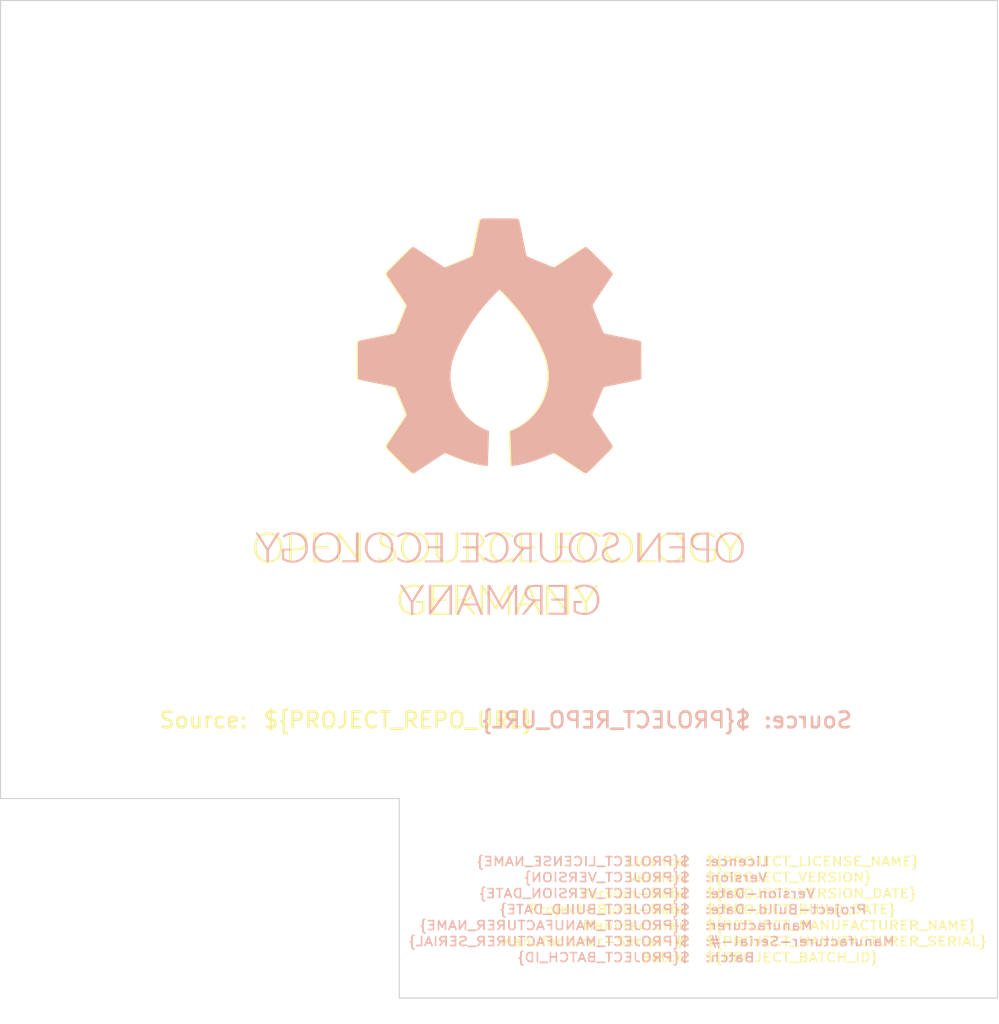
<source format=kicad_pcb>
(kicad_pcb (version 20171130) (host pcbnew 5.1.6+dfsg1-1)

  (general
    (thickness 1.6)
    (drawings 39)
    (tracks 0)
    (zones 0)
    (modules 7)
    (nets 2)
  )

  (page A4)
  (layers
    (0 F.Cu signal)
    (31 B.Cu signal)
    (32 B.Adhes user)
    (33 F.Adhes user)
    (34 B.Paste user)
    (35 F.Paste user)
    (36 B.SilkS user hide)
    (37 F.SilkS user)
    (38 B.Mask user)
    (39 F.Mask user)
    (40 Dwgs.User user)
    (41 Cmts.User user)
    (42 Eco1.User user)
    (43 Eco2.User user)
    (44 Edge.Cuts user)
    (45 Margin user)
    (46 B.CrtYd user)
    (47 F.CrtYd user)
    (48 B.Fab user)
    (49 F.Fab user)
  )

  (setup
    (last_trace_width 0.25)
    (trace_clearance 0.2)
    (zone_clearance 0.508)
    (zone_45_only no)
    (trace_min 0.2)
    (via_size 0.6)
    (via_drill 0.4)
    (via_min_size 0.4)
    (via_min_drill 0.3)
    (uvia_size 0.3)
    (uvia_drill 0.1)
    (uvias_allowed no)
    (uvia_min_size 0.2)
    (uvia_min_drill 0.1)
    (edge_width 0.15)
    (segment_width 0.2)
    (pcb_text_width 0.3)
    (pcb_text_size 1.5 1.5)
    (mod_edge_width 0.15)
    (mod_text_size 1 1)
    (mod_text_width 0.15)
    (pad_size 1.524 1.524)
    (pad_drill 0.762)
    (pad_to_mask_clearance 0.2)
    (aux_axis_origin 0 0)
    (visible_elements FFFFFF7F)
    (pcbplotparams
      (layerselection 0x010f0_80000001)
      (usegerberextensions false)
      (usegerberattributes true)
      (usegerberadvancedattributes true)
      (creategerberjobfile true)
      (excludeedgelayer true)
      (linewidth 0.100000)
      (plotframeref false)
      (viasonmask false)
      (mode 1)
      (useauxorigin false)
      (hpglpennumber 1)
      (hpglpenspeed 20)
      (hpglpendiameter 15.000000)
      (psnegative false)
      (psa4output false)
      (plotreference true)
      (plotvalue true)
      (plotinvisibletext false)
      (padsonsilk false)
      (subtractmaskfromsilk false)
      (outputformat 1)
      (mirror false)
      (drillshape 1)
      (scaleselection 1)
      (outputdirectory "gerbers/"))
  )

  (net 0 "")
  (net 1 GND)

  (net_class Default "This is the default net class."
    (clearance 0.2)
    (trace_width 0.25)
    (via_dia 0.6)
    (via_drill 0.4)
    (uvia_dia 0.3)
    (uvia_drill 0.1)
  )

  (module LOGO (layer B.Cu) (tedit 0) (tstamp 5F41790F)
    (at 128.016 92.71 180)
    (fp_text reference G*** (at 0 0) (layer B.SilkS) hide
      (effects (font (size 1.524 1.524) (thickness 0.3)) (justify mirror))
    )
    (fp_text value LOGO (at 0.75 0) (layer B.SilkS) hide
      (effects (font (size 1.524 1.524) (thickness 0.3)) (justify mirror))
    )
    (fp_poly (pts (xy -6.975334 -7.422964) (xy -6.833863 -7.434789) (xy -6.719019 -7.454724) (xy -6.709833 -7.457081)
      (xy -6.560215 -7.506481) (xy -6.416351 -7.571388) (xy -6.29239 -7.644896) (xy -6.235142 -7.688789)
      (xy -6.187537 -7.732968) (xy -6.168116 -7.763302) (xy -6.171221 -7.791384) (xy -6.178083 -7.805673)
      (xy -6.20926 -7.851973) (xy -6.245037 -7.873351) (xy -6.293006 -7.869572) (xy -6.360757 -7.840403)
      (xy -6.435774 -7.797748) (xy -6.65041 -7.692838) (xy -6.874707 -7.628912) (xy -7.106948 -7.606179)
      (xy -7.345418 -7.624848) (xy -7.52475 -7.665401) (xy -7.724362 -7.743543) (xy -7.898212 -7.855008)
      (xy -8.045176 -7.998693) (xy -8.16413 -8.173494) (xy -8.253949 -8.378309) (xy -8.255203 -8.382)
      (xy -8.285585 -8.504355) (xy -8.306038 -8.65428) (xy -8.316022 -8.818067) (xy -8.314999 -8.982005)
      (xy -8.302429 -9.132387) (xy -8.288003 -9.215512) (xy -8.220289 -9.432688) (xy -8.120537 -9.623617)
      (xy -7.990534 -9.786445) (xy -7.832069 -9.919319) (xy -7.646928 -10.020385) (xy -7.449547 -10.084876)
      (xy -7.334337 -10.10384) (xy -7.19548 -10.114295) (xy -7.047651 -10.116233) (xy -6.905526 -10.109647)
      (xy -6.783778 -10.09453) (xy -6.740739 -10.085248) (xy -6.656243 -10.059029) (xy -6.555876 -10.021421)
      (xy -6.461333 -9.980556) (xy -6.461125 -9.980458) (xy -6.307666 -9.908087) (xy -6.307666 -9.165167)
      (xy -6.5786 -9.165167) (xy -6.701799 -9.16412) (xy -6.788888 -9.159428) (xy -6.84607 -9.148765)
      (xy -6.879548 -9.129805) (xy -6.895524 -9.100223) (xy -6.900202 -9.057691) (xy -6.900333 -9.044517)
      (xy -6.900333 -8.974667) (xy -6.096 -8.974667) (xy -6.096 -10.002889) (xy -6.207125 -10.070214)
      (xy -6.420418 -10.176331) (xy -6.656243 -10.25247) (xy -6.90591 -10.297239) (xy -7.160729 -10.30925)
      (xy -7.412012 -10.287112) (xy -7.482416 -10.274222) (xy -7.661995 -10.221505) (xy -7.843058 -10.140051)
      (xy -8.011387 -10.037414) (xy -8.152761 -9.921149) (xy -8.159439 -9.914543) (xy -8.302496 -9.741868)
      (xy -8.41365 -9.543051) (xy -8.49199 -9.320787) (xy -8.536605 -9.077768) (xy -8.546587 -8.816689)
      (xy -8.544917 -8.773584) (xy -8.53101 -8.597752) (xy -8.505736 -8.447982) (xy -8.465225 -8.308673)
      (xy -8.405606 -8.164221) (xy -8.380912 -8.112424) (xy -8.266835 -7.926705) (xy -8.119505 -7.765408)
      (xy -7.941651 -7.630645) (xy -7.736 -7.524534) (xy -7.535333 -7.456834) (xy -7.423432 -7.436182)
      (xy -7.283727 -7.423656) (xy -7.129825 -7.419251) (xy -6.975334 -7.422964)) (layer B.SilkS) (width 0.01))
    (fp_poly (pts (xy -3.729408 -7.540625) (xy -3.735916 -7.630584) (xy -4.471458 -7.636149) (xy -5.207 -7.641715)
      (xy -5.207 -8.741184) (xy -4.598458 -8.746801) (xy -3.989916 -8.752417) (xy -3.983408 -8.842375)
      (xy -3.976899 -8.932334) (xy -5.207 -8.932334) (xy -5.207 -10.0965) (xy -3.722899 -10.0965)
      (xy -3.729408 -10.186459) (xy -3.735916 -10.276417) (xy -4.587875 -10.281949) (xy -5.439833 -10.28748)
      (xy -5.439833 -7.450667) (xy -3.722899 -7.450667) (xy -3.729408 -7.540625)) (layer B.SilkS) (width 0.01))
    (fp_poly (pts (xy -2.640541 -7.45098) (xy -2.446617 -7.452247) (xy -2.288642 -7.456339) (xy -2.160278 -7.464098)
      (xy -2.055189 -7.476369) (xy -1.967035 -7.493995) (xy -1.889481 -7.517818) (xy -1.816188 -7.548682)
      (xy -1.782886 -7.565104) (xy -1.652995 -7.653571) (xy -1.545148 -7.770979) (xy -1.478974 -7.884584)
      (xy -1.444932 -7.998032) (xy -1.429282 -8.133896) (xy -1.432241 -8.27636) (xy -1.454023 -8.409608)
      (xy -1.471083 -8.465259) (xy -1.542533 -8.601303) (xy -1.648659 -8.724371) (xy -1.782447 -8.828841)
      (xy -1.936882 -8.909089) (xy -2.081458 -8.954576) (xy -2.193174 -8.979577) (xy -1.675908 -9.627997)
      (xy -1.158643 -10.276417) (xy -1.26935 -10.282888) (xy -1.350838 -10.281264) (xy -1.40909 -10.267388)
      (xy -1.419115 -10.261721) (xy -1.440976 -10.239105) (xy -1.48569 -10.18714) (xy -1.550006 -10.109804)
      (xy -1.630672 -10.011075) (xy -1.724434 -9.89493) (xy -1.828041 -9.765346) (xy -1.926148 -9.641617)
      (xy -2.035556 -9.503785) (xy -2.137854 -9.376209) (xy -2.229826 -9.262801) (xy -2.308256 -9.167473)
      (xy -2.369928 -9.094138) (xy -2.411627 -9.046706) (xy -2.429429 -9.029393) (xy -2.464707 -9.020158)
      (xy -2.531454 -9.011119) (xy -2.61882 -9.003539) (xy -2.682284 -8.99996) (xy -2.899833 -8.990284)
      (xy -2.899833 -10.287) (xy -3.132666 -10.287) (xy -3.132666 -8.8265) (xy -2.899833 -8.8265)
      (xy -2.563396 -8.8265) (xy -2.42569 -8.825604) (xy -2.320791 -8.822331) (xy -2.2392 -8.815804)
      (xy -2.171417 -8.805145) (xy -2.107944 -8.789478) (xy -2.083465 -8.78218) (xy -1.997549 -8.751305)
      (xy -1.929577 -8.713703) (xy -1.862449 -8.658701) (xy -1.820663 -8.618138) (xy -1.736317 -8.520726)
      (xy -1.68322 -8.423855) (xy -1.656925 -8.315165) (xy -1.652986 -8.182293) (xy -1.654269 -8.155535)
      (xy -1.675703 -8.012849) (xy -1.724345 -7.897898) (xy -1.803772 -7.803291) (xy -1.839006 -7.774001)
      (xy -1.904512 -7.729011) (xy -1.973508 -7.694362) (xy -2.052986 -7.668537) (xy -2.149938 -7.650021)
      (xy -2.271354 -7.637299) (xy -2.424228 -7.628856) (xy -2.524125 -7.62549) (xy -2.899833 -7.614749)
      (xy -2.899833 -8.8265) (xy -3.132666 -8.8265) (xy -3.132666 -7.450667) (xy -2.640541 -7.45098)) (layer B.SilkS) (width 0.01))
    (fp_poly (pts (xy 2.0955 -10.287) (xy 1.883834 -10.287) (xy 1.883834 -7.821884) (xy 1.337607 -8.793164)
      (xy 1.197738 -9.040792) (xy 1.077326 -9.251628) (xy 0.976003 -9.426288) (xy 0.893404 -9.565386)
      (xy 0.82916 -9.669535) (xy 0.782905 -9.739349) (xy 0.754271 -9.775443) (xy 0.746999 -9.780862)
      (xy 0.69215 -9.789763) (xy 0.661909 -9.786635) (xy 0.640704 -9.765295) (xy 0.599548 -9.707116)
      (xy 0.538405 -9.612037) (xy 0.457237 -9.479999) (xy 0.356009 -9.310942) (xy 0.234683 -9.104806)
      (xy 0.093224 -8.861531) (xy 0.053751 -8.793245) (xy -0.053686 -8.607255) (xy -0.154565 -8.432767)
      (xy -0.246941 -8.273133) (xy -0.32887 -8.131706) (xy -0.398408 -8.011839) (xy -0.45361 -7.916885)
      (xy -0.492532 -7.850197) (xy -0.51323 -7.815127) (xy -0.516141 -7.810496) (xy -0.516491 -7.831045)
      (xy -0.516639 -7.890221) (xy -0.516595 -7.98432) (xy -0.516369 -8.109637) (xy -0.51597 -8.262466)
      (xy -0.515408 -8.439104) (xy -0.514693 -8.635845) (xy -0.513833 -8.848985) (xy -0.512957 -9.048746)
      (xy -0.507331 -10.287) (xy -0.719666 -10.287) (xy -0.719666 -7.450667) (xy -0.497416 -7.450971)
      (xy 0.103623 -8.487139) (xy 0.704662 -9.523308) (xy 0.866484 -9.233112) (xy 0.914105 -9.147956)
      (xy 0.979086 -9.032113) (xy 1.05796 -8.89175) (xy 1.147255 -8.733033) (xy 1.243503 -8.56213)
      (xy 1.343233 -8.385207) (xy 1.442977 -8.208431) (xy 1.449548 -8.196792) (xy 1.87079 -7.450667)
      (xy 2.0955 -7.450667) (xy 2.0955 -10.287)) (layer B.SilkS) (width 0.01))
    (fp_poly (pts (xy 3.873664 -7.45568) (xy 3.915588 -7.469729) (xy 3.921625 -7.477125) (xy 3.931206 -7.500696)
      (xy 3.95553 -7.560196) (xy 3.993274 -7.652391) (xy 4.043111 -7.774047) (xy 4.103716 -7.921928)
      (xy 4.173762 -8.092801) (xy 4.251924 -8.28343) (xy 4.336876 -8.490581) (xy 4.427292 -8.711019)
      (xy 4.48769 -8.85825) (xy 4.580985 -9.085837) (xy 4.669655 -9.30248) (xy 4.752374 -9.504912)
      (xy 4.827812 -9.689868) (xy 4.894641 -9.85408) (xy 4.951532 -9.994281) (xy 4.997158 -10.107204)
      (xy 5.03019 -10.189584) (xy 5.049299 -10.238153) (xy 5.053602 -10.249959) (xy 5.053263 -10.2739)
      (xy 5.028434 -10.284707) (xy 4.978367 -10.287) (xy 4.915695 -10.284132) (xy 4.868244 -10.277031)
      (xy 4.861615 -10.274971) (xy 4.844819 -10.252576) (xy 4.815307 -10.196606) (xy 4.775796 -10.112903)
      (xy 4.729001 -10.007313) (xy 4.677638 -9.885679) (xy 4.655055 -9.830471) (xy 4.479844 -9.398)
      (xy 3.120545 -9.398) (xy 2.944854 -9.830356) (xy 2.892219 -9.957015) (xy 2.842989 -10.070131)
      (xy 2.799888 -10.163861) (xy 2.765644 -10.232361) (xy 2.742982 -10.269787) (xy 2.737517 -10.274856)
      (xy 2.696677 -10.282708) (xy 2.635505 -10.286822) (xy 2.620467 -10.287) (xy 2.566132 -10.284024)
      (xy 2.544588 -10.272029) (xy 2.545476 -10.249959) (xy 2.555115 -10.224466) (xy 2.579491 -10.163155)
      (xy 2.617246 -10.069364) (xy 2.667022 -9.946431) (xy 2.727463 -9.797692) (xy 2.797212 -9.626484)
      (xy 2.874912 -9.436147) (xy 2.959206 -9.230016) (xy 2.970524 -9.202382) (xy 3.203981 -9.202382)
      (xy 3.21117 -9.210834) (xy 3.231117 -9.217258) (xy 3.268256 -9.22193) (xy 3.327019 -9.225125)
      (xy 3.411837 -9.22712) (xy 3.527143 -9.228189) (xy 3.677369 -9.22861) (xy 3.800255 -9.228667)
      (xy 3.976424 -9.228529) (xy 4.114681 -9.227931) (xy 4.219445 -9.226597) (xy 4.295138 -9.224252)
      (xy 4.346178 -9.220619) (xy 4.376988 -9.215422) (xy 4.391986 -9.208386) (xy 4.395593 -9.199235)
      (xy 4.393781 -9.191625) (xy 4.383013 -9.164037) (xy 4.358272 -9.101827) (xy 4.321418 -9.009634)
      (xy 4.274309 -8.892096) (xy 4.218806 -8.753854) (xy 4.156767 -8.599547) (xy 4.090051 -8.433812)
      (xy 4.090012 -8.433714) (xy 3.799658 -7.712845) (xy 3.508292 -8.433714) (xy 3.441408 -8.5994)
      (xy 3.379292 -8.753672) (xy 3.323799 -8.891893) (xy 3.276782 -9.009432) (xy 3.240096 -9.101652)
      (xy 3.215593 -9.163919) (xy 3.205128 -9.1916) (xy 3.20512 -9.191625) (xy 3.203981 -9.202382)
      (xy 2.970524 -9.202382) (xy 3.048736 -9.011429) (xy 3.089848 -8.911167) (xy 3.181926 -8.686664)
      (xy 3.269932 -8.472044) (xy 3.352437 -8.270791) (xy 3.428017 -8.086387) (xy 3.495244 -7.922313)
      (xy 3.552691 -7.782052) (xy 3.598932 -7.669085) (xy 3.63254 -7.586896) (xy 3.652089 -7.538966)
      (xy 3.655702 -7.530042) (xy 3.676512 -7.483881) (xy 3.699904 -7.460339) (xy 3.739662 -7.451805)
      (xy 3.799451 -7.450667) (xy 3.873664 -7.45568)) (layer B.SilkS) (width 0.01))
    (fp_poly (pts (xy 6.593959 -8.669098) (xy 7.503584 -9.887528) (xy 7.509047 -8.669098) (xy 7.514511 -7.450667)
      (xy 7.704667 -7.450667) (xy 7.704667 -10.289556) (xy 7.625292 -10.282986) (xy 7.609697 -10.281146)
      (xy 7.594134 -10.276765) (xy 7.576722 -10.267519) (xy 7.555577 -10.251085) (xy 7.528819 -10.225141)
      (xy 7.494566 -10.187362) (xy 7.450936 -10.135426) (xy 7.396047 -10.067009) (xy 7.328016 -9.979789)
      (xy 7.244964 -9.871441) (xy 7.145007 -9.739643) (xy 7.026264 -9.582071) (xy 6.886853 -9.396402)
      (xy 6.724892 -9.180313) (xy 6.63575 -9.061313) (xy 5.725584 -7.846209) (xy 5.72012 -9.066604)
      (xy 5.714656 -10.287) (xy 5.503334 -10.287) (xy 5.503334 -7.450667) (xy 5.684334 -7.450667)
      (xy 6.593959 -8.669098)) (layer B.SilkS) (width 0.01))
    (fp_poly (pts (xy 10.399888 -7.540625) (xy 10.376391 -7.577824) (xy 10.333061 -7.646526) (xy 10.272619 -7.742407)
      (xy 10.19779 -7.861149) (xy 10.111296 -7.998428) (xy 10.015861 -8.149925) (xy 9.914207 -8.311317)
      (xy 9.870456 -8.380787) (xy 9.398 -9.13099) (xy 9.398 -10.287) (xy 9.186334 -10.287)
      (xy 9.186334 -9.117092) (xy 8.66775 -8.293482) (xy 8.561918 -8.125176) (xy 8.463343 -7.967975)
      (xy 8.374257 -7.825475) (xy 8.296896 -7.701266) (xy 8.233491 -7.598944) (xy 8.186277 -7.522101)
      (xy 8.157488 -7.47433) (xy 8.149167 -7.459213) (xy 8.168317 -7.45449) (xy 8.21792 -7.453209)
      (xy 8.270875 -7.454902) (xy 8.392584 -7.46125) (xy 8.790369 -8.09625) (xy 8.885456 -8.248529)
      (xy 8.975478 -8.393624) (xy 9.057413 -8.526593) (xy 9.128239 -8.642495) (xy 9.184933 -8.736389)
      (xy 9.224473 -8.803334) (xy 9.241641 -8.834009) (xy 9.295127 -8.936767) (xy 9.338544 -8.855175)
      (xy 9.359588 -8.818645) (xy 9.400231 -8.750853) (xy 9.457631 -8.656436) (xy 9.528949 -8.540028)
      (xy 9.611345 -8.406267) (xy 9.70198 -8.259788) (xy 9.793718 -8.112125) (xy 10.205475 -7.450667)
      (xy 10.456865 -7.450667) (xy 10.399888 -7.540625)) (layer B.SilkS) (width 0.01))
    (fp_poly (pts (xy -20.783802 -2.444895) (xy -20.55957 -2.490924) (xy -20.351395 -2.572847) (xy -20.16236 -2.688931)
      (xy -19.995549 -2.83744) (xy -19.854045 -3.01664) (xy -19.740931 -3.224797) (xy -19.690617 -3.354917)
      (xy -19.669518 -3.420686) (xy -19.654389 -3.478547) (xy -19.644247 -3.537662) (xy -19.638107 -3.607194)
      (xy -19.634987 -3.696305) (xy -19.633904 -3.814158) (xy -19.633818 -3.884084) (xy -19.634276 -4.019188)
      (xy -19.636303 -4.121134) (xy -19.64088 -4.199093) (xy -19.648989 -4.262235) (xy -19.661609 -4.319732)
      (xy -19.679722 -4.380754) (xy -19.690408 -4.41325) (xy -19.786414 -4.640862) (xy -19.91131 -4.837966)
      (xy -20.063512 -5.003372) (xy -20.241436 -5.135889) (xy -20.443496 -5.234326) (xy -20.668109 -5.297492)
      (xy -20.902083 -5.32379) (xy -21.005833 -5.325485) (xy -21.105921 -5.323192) (xy -21.186782 -5.31742)
      (xy -21.214139 -5.313573) (xy -21.44836 -5.251001) (xy -21.65839 -5.153965) (xy -21.842896 -5.023636)
      (xy -22.000546 -4.861181) (xy -22.130006 -4.667771) (xy -22.229944 -4.444573) (xy -22.240758 -4.41325)
      (xy -22.26179 -4.347405) (xy -22.276869 -4.289394) (xy -22.286976 -4.230047) (xy -22.29309 -4.160192)
      (xy -22.296194 -4.070659) (xy -22.297267 -3.952276) (xy -22.297318 -3.909762) (xy -22.085399 -3.909762)
      (xy -22.079267 -4.063249) (xy -22.063991 -4.199775) (xy -22.048348 -4.275667) (xy -21.97205 -4.493963)
      (xy -21.867091 -4.683188) (xy -21.734758 -4.841819) (xy -21.576339 -4.968337) (xy -21.393122 -5.06122)
      (xy -21.378333 -5.066819) (xy -21.205469 -5.112268) (xy -21.011624 -5.131094) (xy -20.80917 -5.122745)
      (xy -20.661107 -5.098754) (xy -20.484789 -5.038931) (xy -20.318207 -4.938249) (xy -20.191123 -4.827608)
      (xy -20.064926 -4.679941) (xy -19.969663 -4.517567) (xy -19.903552 -4.335482) (xy -19.864814 -4.128682)
      (xy -19.851668 -3.892163) (xy -19.851662 -3.8735) (xy -19.86458 -3.636849) (xy -19.90298 -3.430056)
      (xy -19.968707 -3.247861) (xy -20.063606 -3.085002) (xy -20.175167 -2.950941) (xy -20.331824 -2.817508)
      (xy -20.51027 -2.718629) (xy -20.706211 -2.655514) (xy -20.915353 -2.629372) (xy -21.133402 -2.641414)
      (xy -21.219583 -2.656648) (xy -21.42358 -2.7197) (xy -21.603377 -2.817099) (xy -21.757817 -2.947677)
      (xy -21.885742 -3.110266) (xy -21.985994 -3.3037) (xy -22.048846 -3.4925) (xy -22.070198 -3.60989)
      (xy -22.08238 -3.75381) (xy -22.085399 -3.909762) (xy -22.297318 -3.909762) (xy -22.297349 -3.884084)
      (xy -22.296896 -3.749069) (xy -22.294882 -3.647221) (xy -22.290324 -3.569377) (xy -22.282237 -3.506375)
      (xy -22.269639 -3.449052) (xy -22.251547 -3.388246) (xy -22.240549 -3.354917) (xy -22.145073 -3.13031)
      (xy -22.019704 -2.933701) (xy -21.866578 -2.76704) (xy -21.687831 -2.632276) (xy -21.485598 -2.531358)
      (xy -21.268101 -2.467462) (xy -21.021006 -2.436497) (xy -20.783802 -2.444895)) (layer B.SilkS) (width 0.01))
    (fp_poly (pts (xy -9.436721 -2.442793) (xy -9.367033 -2.453091) (xy -9.241305 -2.48718) (xy -9.110241 -2.540314)
      (xy -8.990704 -2.604778) (xy -8.912991 -2.66079) (xy -8.840733 -2.722814) (xy -8.880513 -2.790157)
      (xy -8.913454 -2.834415) (xy -8.943435 -2.856822) (xy -8.94772 -2.8575) (xy -8.978075 -2.846258)
      (xy -9.031381 -2.816773) (xy -9.096137 -2.775411) (xy -9.096614 -2.775088) (xy -9.245352 -2.690014)
      (xy -9.391341 -2.641129) (xy -9.545924 -2.624703) (xy -9.554126 -2.624667) (xy -9.728898 -2.640549)
      (xy -9.878131 -2.687021) (xy -9.999649 -2.762316) (xy -10.09128 -2.864671) (xy -10.150849 -2.992321)
      (xy -10.17536 -3.128959) (xy -10.172508 -3.244303) (xy -10.145275 -3.344744) (xy -10.090572 -3.433324)
      (xy -10.00531 -3.513086) (xy -9.8864 -3.587072) (xy -9.730753 -3.658324) (xy -9.58108 -3.714231)
      (xy -9.39996 -3.779154) (xy -9.254427 -3.836339) (xy -9.139133 -3.888846) (xy -9.04873 -3.939734)
      (xy -8.977872 -3.992059) (xy -8.92121 -4.048882) (xy -8.873398 -4.11326) (xy -8.867559 -4.122335)
      (xy -8.804393 -4.259806) (xy -8.774547 -4.414228) (xy -8.77721 -4.577506) (xy -8.811573 -4.741543)
      (xy -8.876828 -4.898243) (xy -8.957447 -5.021484) (xy -9.074729 -5.136694) (xy -9.22098 -5.227009)
      (xy -9.389639 -5.290553) (xy -9.574147 -5.32545) (xy -9.767945 -5.329823) (xy -9.949363 -5.305156)
      (xy -10.115716 -5.251047) (xy -10.279618 -5.163877) (xy -10.417728 -5.059316) (xy -10.528056 -4.960499)
      (xy -10.48017 -4.89325) (xy -10.444552 -4.850112) (xy -10.416042 -4.827151) (xy -10.411371 -4.826)
      (xy -10.386086 -4.838526) (xy -10.337724 -4.871752) (xy -10.275624 -4.919155) (xy -10.259354 -4.932206)
      (xy -10.142116 -5.018437) (xy -10.032378 -5.077005) (xy -9.917034 -5.112376) (xy -9.782978 -5.129015)
      (xy -9.673166 -5.131907) (xy -9.569423 -5.130899) (xy -9.495398 -5.126362) (xy -9.438497 -5.11604)
      (xy -9.386126 -5.097679) (xy -9.327765 -5.070067) (xy -9.198702 -4.985625) (xy -9.098759 -4.880364)
      (xy -9.028491 -4.760272) (xy -8.988459 -4.631337) (xy -8.979219 -4.499549) (xy -9.001331 -4.370896)
      (xy -9.055353 -4.251366) (xy -9.141844 -4.146947) (xy -9.235276 -4.078031) (xy -9.289402 -4.051485)
      (xy -9.373437 -4.016413) (xy -9.476891 -3.976941) (xy -9.589275 -3.937195) (xy -9.616696 -3.927979)
      (xy -9.796837 -3.865423) (xy -9.941182 -3.808342) (xy -10.055313 -3.753271) (xy -10.144815 -3.696746)
      (xy -10.215268 -3.635303) (xy -10.272257 -3.565478) (xy -10.315808 -3.494152) (xy -10.370521 -3.35134)
      (xy -10.389716 -3.197158) (xy -10.375316 -3.039996) (xy -10.329243 -2.888242) (xy -10.25342 -2.750285)
      (xy -10.149768 -2.634514) (xy -10.111863 -2.60413) (xy -9.967831 -2.52208) (xy -9.799976 -2.466356)
      (xy -9.619278 -2.439185) (xy -9.436721 -2.442793)) (layer B.SilkS) (width 0.01))
    (fp_poly (pts (xy -6.776755 -2.448882) (xy -6.678083 -2.46624) (xy -6.453515 -2.534142) (xy -6.251574 -2.637151)
      (xy -6.074093 -2.773498) (xy -5.922904 -2.941415) (xy -5.799841 -3.139134) (xy -5.706735 -3.364889)
      (xy -5.6901 -3.419371) (xy -5.659513 -3.567238) (xy -5.64247 -3.740858) (xy -5.638963 -3.925878)
      (xy -5.648983 -4.107945) (xy -5.672521 -4.272707) (xy -5.69067 -4.348796) (xy -5.775881 -4.578258)
      (xy -5.892081 -4.780638) (xy -6.036353 -4.954202) (xy -6.205779 -5.097216) (xy -6.397442 -5.207944)
      (xy -6.608424 -5.284652) (xy -6.835809 -5.325606) (xy -7.076678 -5.329071) (xy -7.291916 -5.300837)
      (xy -7.504505 -5.237984) (xy -7.702417 -5.138162) (xy -7.880109 -5.005609) (xy -8.032035 -4.844561)
      (xy -8.152651 -4.659256) (xy -8.166205 -4.63267) (xy -8.256196 -4.406305) (xy -8.312223 -4.165559)
      (xy -8.334478 -3.917612) (xy -8.333564 -3.897587) (xy -8.109492 -3.897587) (xy -8.093546 -4.115962)
      (xy -8.04876 -4.327987) (xy -7.974893 -4.527225) (xy -7.871706 -4.70724) (xy -7.833195 -4.758803)
      (xy -7.700448 -4.892626) (xy -7.540429 -4.998742) (xy -7.359271 -5.07545) (xy -7.163106 -5.121048)
      (xy -6.958066 -5.133836) (xy -6.750282 -5.112112) (xy -6.647237 -5.087765) (xy -6.466432 -5.02026)
      (xy -6.310606 -4.924752) (xy -6.200779 -4.828333) (xy -6.078047 -4.676835) (xy -5.982819 -4.499619)
      (xy -5.915085 -4.303142) (xy -5.874835 -4.093858) (xy -5.86206 -3.878223) (xy -5.876749 -3.662693)
      (xy -5.918893 -3.453722) (xy -5.988481 -3.257767) (xy -6.085504 -3.081282) (xy -6.203697 -2.936916)
      (xy -6.358389 -2.810909) (xy -6.53345 -2.717811) (xy -6.72274 -2.657627) (xy -6.920119 -2.630361)
      (xy -7.119447 -2.636018) (xy -7.314585 -2.674602) (xy -7.499393 -2.746118) (xy -7.667729 -2.85057)
      (xy -7.765049 -2.935769) (xy -7.889692 -3.089335) (xy -7.986698 -3.268736) (xy -8.055828 -3.467537)
      (xy -8.096839 -3.679299) (xy -8.109492 -3.897587) (xy -8.333564 -3.897587) (xy -8.323152 -3.669644)
      (xy -8.278435 -3.428836) (xy -8.200518 -3.202367) (xy -8.124206 -3.052623) (xy -7.995831 -2.876006)
      (xy -7.838048 -2.726254) (xy -7.655678 -2.605321) (xy -7.453543 -2.515162) (xy -7.236463 -2.457733)
      (xy -7.00926 -2.434988) (xy -6.776755 -2.448882)) (layer B.SilkS) (width 0.01))
    (fp_poly (pts (xy -4.8005 -3.487209) (xy -4.79425 -4.497917) (xy -4.721825 -4.652459) (xy -4.632355 -4.801841)
      (xy -4.516421 -4.931071) (xy -4.382368 -5.032013) (xy -4.28169 -5.081688) (xy -4.151263 -5.116404)
      (xy -3.999992 -5.131502) (xy -3.844398 -5.126976) (xy -3.701003 -5.102816) (xy -3.635446 -5.081989)
      (xy -3.518298 -5.020176) (xy -3.402204 -4.930778) (xy -3.300403 -4.825697) (xy -3.226133 -4.716833)
      (xy -3.22339 -4.711526) (xy -3.19819 -4.660699) (xy -3.177107 -4.613186) (xy -3.159771 -4.56478)
      (xy -3.145816 -4.511273) (xy -3.134873 -4.448459) (xy -3.126576 -4.37213) (xy -3.120556 -4.278079)
      (xy -3.116445 -4.162099) (xy -3.113876 -4.019982) (xy -3.112481 -3.847522) (xy -3.111892 -3.640512)
      (xy -3.111751 -3.434292) (xy -3.1115 -2.4765) (xy -2.876021 -2.4765) (xy -2.883668 -3.466042)
      (xy -2.885607 -3.699956) (xy -2.887601 -3.895528) (xy -2.889817 -4.056747) (xy -2.89242 -4.187606)
      (xy -2.895577 -4.292093) (xy -2.899454 -4.374201) (xy -2.904216 -4.437919) (xy -2.91003 -4.487238)
      (xy -2.917063 -4.526148) (xy -2.925479 -4.558641) (xy -2.929685 -4.572) (xy -3.016899 -4.778027)
      (xy -3.132107 -4.954121) (xy -3.273631 -5.098662) (xy -3.439795 -5.210031) (xy -3.628922 -5.286608)
      (xy -3.68497 -5.301408) (xy -3.851897 -5.326399) (xy -4.031153 -5.328975) (xy -4.201202 -5.309153)
      (xy -4.238411 -5.301026) (xy -4.433849 -5.2328) (xy -4.607267 -5.129262) (xy -4.756337 -4.992575)
      (xy -4.878735 -4.824899) (xy -4.972135 -4.628397) (xy -4.97727 -4.614334) (xy -4.988709 -4.581549)
      (xy -4.998259 -4.549905) (xy -5.00612 -4.515345) (xy -5.012494 -4.473815) (xy -5.01758 -4.421258)
      (xy -5.021579 -4.353618) (xy -5.02469 -4.266839) (xy -5.027115 -4.156865) (xy -5.029053 -4.019641)
      (xy -5.030705 -3.851109) (xy -5.032271 -3.647216) (xy -5.033455 -3.476625) (xy -5.040289 -2.4765)
      (xy -4.806749 -2.4765) (xy -4.8005 -3.487209)) (layer B.SilkS) (width 0.01))
    (fp_poly (pts (xy 1.598396 -2.447176) (xy 1.695386 -2.451819) (xy 1.77399 -2.461515) (xy 1.846144 -2.477546)
      (xy 1.894417 -2.491711) (xy 2.010403 -2.535658) (xy 2.130369 -2.593785) (xy 2.240702 -2.658609)
      (xy 2.327788 -2.722646) (xy 2.347584 -2.74082) (xy 2.380673 -2.777338) (xy 2.38543 -2.80481)
      (xy 2.36473 -2.842792) (xy 2.362971 -2.845481) (xy 2.320993 -2.888628) (xy 2.270999 -2.895427)
      (xy 2.206074 -2.866312) (xy 2.19075 -2.856258) (xy 1.984851 -2.739219) (xy 1.771743 -2.663807)
      (xy 1.5519 -2.630121) (xy 1.325799 -2.638259) (xy 1.217084 -2.656648) (xy 1.011709 -2.720296)
      (xy 0.82929 -2.818657) (xy 0.671918 -2.949615) (xy 0.54168 -3.11105) (xy 0.440666 -3.300844)
      (xy 0.371644 -3.513988) (xy 0.349353 -3.652459) (xy 0.339367 -3.815223) (xy 0.341499 -3.986121)
      (xy 0.355565 -4.148996) (xy 0.38048 -4.284218) (xy 0.455011 -4.49813) (xy 0.56058 -4.684842)
      (xy 0.694199 -4.842344) (xy 0.852883 -4.968625) (xy 1.033644 -5.061672) (xy 1.233495 -5.119475)
      (xy 1.449449 -5.140023) (xy 1.633607 -5.128044) (xy 1.809101 -5.095235) (xy 1.958812 -5.044606)
      (xy 2.097574 -4.970259) (xy 2.186791 -4.908029) (xy 2.330998 -4.799466) (xy 2.393003 -4.858871)
      (xy 2.43128 -4.898175) (xy 2.441707 -4.923243) (xy 2.427827 -4.948238) (xy 2.418129 -4.959315)
      (xy 2.360417 -5.012248) (xy 2.277575 -5.074532) (xy 2.182765 -5.137466) (xy 2.089148 -5.192351)
      (xy 2.009887 -5.230487) (xy 2.005015 -5.232381) (xy 1.804277 -5.29082) (xy 1.584278 -5.323674)
      (xy 1.360546 -5.329482) (xy 1.171505 -5.310828) (xy 0.964415 -5.255375) (xy 0.76858 -5.16244)
      (xy 0.589997 -5.036547) (xy 0.434661 -4.882221) (xy 0.308569 -4.703986) (xy 0.269137 -4.630043)
      (xy 0.203213 -4.476393) (xy 0.157244 -4.321998) (xy 0.127762 -4.152609) (xy 0.113296 -3.989917)
      (xy 0.115122 -3.727036) (xy 0.152311 -3.4811) (xy 0.223325 -3.254617) (xy 0.326625 -3.050094)
      (xy 0.460673 -2.87004) (xy 0.623929 -2.716963) (xy 0.814855 -2.593371) (xy 1.024924 -2.504066)
      (xy 1.104256 -2.479546) (xy 1.174825 -2.463133) (xy 1.249124 -2.45321) (xy 1.339649 -2.448159)
      (xy 1.458895 -2.446363) (xy 1.471084 -2.446307) (xy 1.598396 -2.447176)) (layer B.SilkS) (width 0.01))
    (fp_poly (pts (xy 9.999273 -2.44843) (xy 10.0965 -2.463363) (xy 10.213009 -2.496192) (xy 10.342778 -2.545953)
      (xy 10.471826 -2.606172) (xy 10.58617 -2.670372) (xy 10.666045 -2.727122) (xy 10.738174 -2.787773)
      (xy 10.697795 -2.843138) (xy 10.663205 -2.880775) (xy 10.625511 -2.89489) (xy 10.576415 -2.884571)
      (xy 10.50762 -2.848901) (xy 10.455787 -2.816473) (xy 10.264499 -2.717359) (xy 10.058164 -2.654875)
      (xy 9.843732 -2.62948) (xy 9.62815 -2.641634) (xy 9.418367 -2.691794) (xy 9.298818 -2.740021)
      (xy 9.119137 -2.847348) (xy 8.967242 -2.986532) (xy 8.843388 -3.157268) (xy 8.747833 -3.359251)
      (xy 8.727685 -3.416757) (xy 8.703227 -3.49716) (xy 8.686839 -3.569531) (xy 8.676881 -3.646495)
      (xy 8.671711 -3.740675) (xy 8.669703 -3.862917) (xy 8.671636 -4.023332) (xy 8.681612 -4.154272)
      (xy 8.702077 -4.268225) (xy 8.735477 -4.377679) (xy 8.784258 -4.495119) (xy 8.800312 -4.529667)
      (xy 8.879272 -4.66416) (xy 8.98357 -4.794537) (xy 9.102732 -4.909821) (xy 9.226286 -4.999037)
      (xy 9.271369 -5.023413) (xy 9.472921 -5.09866) (xy 9.684717 -5.136196) (xy 9.900025 -5.136742)
      (xy 10.112114 -5.101018) (xy 10.314252 -5.029743) (xy 10.499708 -4.923637) (xy 10.549057 -4.886734)
      (xy 10.605322 -4.843864) (xy 10.648422 -4.814217) (xy 10.667075 -4.804834) (xy 10.68996 -4.818852)
      (xy 10.726906 -4.85325) (xy 10.733102 -4.859772) (xy 10.784417 -4.914711) (xy 10.677409 -5.013378)
      (xy 10.525772 -5.12931) (xy 10.350841 -5.223196) (xy 10.19175 -5.27998) (xy 10.081147 -5.302033)
      (xy 9.946666 -5.317072) (xy 9.802212 -5.32463) (xy 9.661688 -5.324238) (xy 9.538998 -5.315428)
      (xy 9.472084 -5.304213) (xy 9.24128 -5.230943) (xy 9.036364 -5.124687) (xy 8.858892 -4.987101)
      (xy 8.710422 -4.819842) (xy 8.592512 -4.624568) (xy 8.506719 -4.402935) (xy 8.466931 -4.234788)
      (xy 8.449167 -4.089027) (xy 8.442823 -3.922553) (xy 8.447495 -3.751019) (xy 8.46278 -3.590076)
      (xy 8.486888 -3.46075) (xy 8.565715 -3.229195) (xy 8.677373 -3.021994) (xy 8.819572 -2.841592)
      (xy 8.990021 -2.690435) (xy 9.18643 -2.570966) (xy 9.398 -2.488143) (xy 9.528498 -2.460092)
      (xy 9.683265 -2.44373) (xy 9.845718 -2.439647) (xy 9.999273 -2.44843)) (layer B.SilkS) (width 0.01))
    (fp_poly (pts (xy 12.762382 -2.474469) (xy 12.984361 -2.544961) (xy 13.183967 -2.650288) (xy 13.359147 -2.788772)
      (xy 13.507849 -2.958736) (xy 13.62802 -3.158504) (xy 13.717606 -3.386396) (xy 13.729974 -3.429)
      (xy 13.750005 -3.532719) (xy 13.763264 -3.666036) (xy 13.769738 -3.816775) (xy 13.769417 -3.972762)
      (xy 13.762289 -4.121821) (xy 13.748342 -4.251776) (xy 13.730832 -4.339167) (xy 13.647628 -4.569921)
      (xy 13.533155 -4.773602) (xy 13.389787 -4.948304) (xy 13.219901 -5.092122) (xy 13.025872 -5.203151)
      (xy 12.810074 -5.279485) (xy 12.574882 -5.319219) (xy 12.503686 -5.323612) (xy 12.397399 -5.325235)
      (xy 12.293249 -5.322618) (xy 12.207272 -5.316329) (xy 12.176069 -5.311978) (xy 11.945955 -5.250779)
      (xy 11.738478 -5.154735) (xy 11.555729 -5.025392) (xy 11.399802 -4.8643) (xy 11.272789 -4.673006)
      (xy 11.248314 -4.625767) (xy 11.175628 -4.457276) (xy 11.12688 -4.289845) (xy 11.099251 -4.110323)
      (xy 11.089921 -3.905562) (xy 11.089881 -3.886825) (xy 11.094198 -3.799417) (xy 11.311024 -3.799417)
      (xy 11.314413 -4.045456) (xy 11.350752 -4.273091) (xy 11.418211 -4.479726) (xy 11.514958 -4.662766)
      (xy 11.639162 -4.819617) (xy 11.788991 -4.947683) (xy 11.962615 -5.044369) (xy 12.158201 -5.107081)
      (xy 12.244687 -5.122421) (xy 12.382 -5.131746) (xy 12.536998 -5.126908) (xy 12.687846 -5.10892)
      (xy 12.736303 -5.099558) (xy 12.915994 -5.039325) (xy 13.081274 -4.941925) (xy 13.228167 -4.811219)
      (xy 13.352698 -4.651067) (xy 13.450892 -4.465329) (xy 13.486606 -4.370917) (xy 13.50546 -4.31025)
      (xy 13.518814 -4.253329) (xy 13.527553 -4.191023) (xy 13.532567 -4.114203) (xy 13.534741 -4.013738)
      (xy 13.534963 -3.880498) (xy 13.534941 -3.8735) (xy 13.534009 -3.74038) (xy 13.531529 -3.640463)
      (xy 13.526484 -3.564624) (xy 13.517852 -3.503736) (xy 13.504615 -3.448673) (xy 13.48575 -3.390308)
      (xy 13.478719 -3.370448) (xy 13.385774 -3.165082) (xy 13.265775 -2.992168) (xy 13.118991 -2.851947)
      (xy 12.945693 -2.744661) (xy 12.746149 -2.67055) (xy 12.678333 -2.654207) (xy 12.481546 -2.630486)
      (xy 12.283185 -2.64017) (xy 12.090426 -2.680912) (xy 11.910448 -2.750369) (xy 11.750428 -2.846195)
      (xy 11.617542 -2.966045) (xy 11.57852 -3.013567) (xy 11.472602 -3.173975) (xy 11.395895 -3.338928)
      (xy 11.344937 -3.518594) (xy 11.316269 -3.723141) (xy 11.311024 -3.799417) (xy 11.094198 -3.799417)
      (xy 11.102208 -3.63724) (xy 11.140189 -3.417212) (xy 11.205922 -3.221127) (xy 11.301507 -3.043368)
      (xy 11.42904 -2.878319) (xy 11.491088 -2.812982) (xy 11.670044 -2.662393) (xy 11.866888 -2.550173)
      (xy 12.081616 -2.476323) (xy 12.314223 -2.440843) (xy 12.520084 -2.44049) (xy 12.762382 -2.474469)) (layer B.SilkS) (width 0.01))
    (fp_poly (pts (xy 17.587236 -2.447393) (xy 17.803584 -2.486159) (xy 18.00505 -2.553466) (xy 18.173243 -2.641974)
      (xy 18.344577 -2.777697) (xy 18.4927 -2.945787) (xy 18.613986 -3.141078) (xy 18.704809 -3.358406)
      (xy 18.726274 -3.42967) (xy 18.743274 -3.505867) (xy 18.754686 -3.594577) (xy 18.76127 -3.705)
      (xy 18.763788 -3.846333) (xy 18.763872 -3.884084) (xy 18.76218 -4.033805) (xy 18.756596 -4.150507)
      (xy 18.746359 -4.243386) (xy 18.730708 -4.321641) (xy 18.726274 -4.338497) (xy 18.642692 -4.570963)
      (xy 18.528397 -4.775425) (xy 18.385467 -4.950216) (xy 18.215981 -5.09367) (xy 18.022016 -5.204123)
      (xy 17.805652 -5.279906) (xy 17.568967 -5.319355) (xy 17.497166 -5.323747) (xy 17.401801 -5.32633)
      (xy 17.318913 -5.326582) (xy 17.259879 -5.324571) (xy 17.24025 -5.322218) (xy 17.196036 -5.312599)
      (xy 17.128461 -5.298538) (xy 17.0815 -5.288995) (xy 16.902581 -5.234571) (xy 16.72463 -5.146809)
      (xy 16.559927 -5.033168) (xy 16.420751 -4.901103) (xy 16.397395 -4.873547) (xy 16.322109 -4.76449)
      (xy 16.248488 -4.628621) (xy 16.18363 -4.481108) (xy 16.134632 -4.337123) (xy 16.120651 -4.282072)
      (xy 16.100328 -4.151994) (xy 16.08933 -3.996035) (xy 16.088209 -3.884084) (xy 16.311785 -3.884084)
      (xy 16.325136 -4.129337) (xy 16.366005 -4.344899) (xy 16.435617 -4.534254) (xy 16.535197 -4.700888)
      (xy 16.642614 -4.825566) (xy 16.803535 -4.957497) (xy 16.98514 -5.053375) (xy 17.18494 -5.112572)
      (xy 17.400445 -5.134463) (xy 17.629167 -5.118421) (xy 17.731636 -5.099558) (xy 17.892216 -5.045506)
      (xy 18.050065 -4.957239) (xy 18.194794 -4.842179) (xy 18.316017 -4.707748) (xy 18.351446 -4.656751)
      (xy 18.39378 -4.581208) (xy 18.438561 -4.486393) (xy 18.474242 -4.397719) (xy 18.494733 -4.337868)
      (xy 18.509439 -4.284338) (xy 18.519309 -4.228287) (xy 18.525295 -4.160877) (xy 18.528349 -4.073268)
      (xy 18.529421 -3.956621) (xy 18.529511 -3.884084) (xy 18.529077 -3.749464) (xy 18.52714 -3.648335)
      (xy 18.52275 -3.571857) (xy 18.514955 -3.51119) (xy 18.502803 -3.457495) (xy 18.485345 -3.401932)
      (xy 18.474242 -3.370448) (xy 18.381002 -3.165395) (xy 18.260483 -2.992093) (xy 18.113613 -2.851378)
      (xy 17.941318 -2.74409) (xy 17.744527 -2.671067) (xy 17.684381 -2.656709) (xy 17.465716 -2.629481)
      (xy 17.254456 -2.640174) (xy 17.054849 -2.686946) (xy 16.871142 -2.767952) (xy 16.707583 -2.88135)
      (xy 16.568419 -3.025296) (xy 16.463902 -3.18632) (xy 16.401537 -3.317407) (xy 16.357815 -3.441972)
      (xy 16.330066 -3.572264) (xy 16.315621 -3.72053) (xy 16.311785 -3.884084) (xy 16.088209 -3.884084)
      (xy 16.087663 -3.829605) (xy 16.095334 -3.668118) (xy 16.11235 -3.526986) (xy 16.120327 -3.486095)
      (xy 16.190742 -3.258145) (xy 16.294879 -3.051823) (xy 16.42966 -2.870189) (xy 16.59201 -2.716305)
      (xy 16.778851 -2.593232) (xy 16.987107 -2.504032) (xy 17.149222 -2.462379) (xy 17.365837 -2.438891)
      (xy 17.587236 -2.447393)) (layer B.SilkS) (width 0.01))
    (fp_poly (pts (xy 20.825304 -2.444756) (xy 21.068863 -2.485627) (xy 21.292828 -2.563192) (xy 21.495932 -2.67711)
      (xy 21.529199 -2.700731) (xy 21.632541 -2.776591) (xy 21.588662 -2.838212) (xy 21.551124 -2.879483)
      (xy 21.516924 -2.899483) (xy 21.513316 -2.899834) (xy 21.48103 -2.889416) (xy 21.424206 -2.86185)
      (xy 21.354053 -2.822668) (xy 21.340207 -2.814406) (xy 21.148288 -2.719058) (xy 20.943644 -2.658687)
      (xy 20.74476 -2.63217) (xy 20.510753 -2.634224) (xy 20.292751 -2.672721) (xy 20.093667 -2.74571)
      (xy 19.916415 -2.851238) (xy 19.763908 -2.987351) (xy 19.63906 -3.152099) (xy 19.544785 -3.343527)
      (xy 19.506315 -3.462083) (xy 19.47752 -3.609414) (xy 19.461654 -3.780098) (xy 19.459318 -3.956993)
      (xy 19.471112 -4.122952) (xy 19.480883 -4.187821) (xy 19.540184 -4.411006) (xy 19.631242 -4.606783)
      (xy 19.752614 -4.774013) (xy 19.902861 -4.911554) (xy 20.080541 -5.018269) (xy 20.284212 -5.093016)
      (xy 20.512434 -5.134657) (xy 20.689356 -5.1435) (xy 20.862687 -5.136356) (xy 21.015357 -5.11229)
      (xy 21.164961 -5.067347) (xy 21.320125 -5.001781) (xy 21.484167 -4.925158) (xy 21.484167 -4.169834)
      (xy 20.8915 -4.169834) (xy 20.8915 -4.0005) (xy 21.674667 -4.0005) (xy 21.674667 -5.028871)
      (xy 21.542375 -5.10581) (xy 21.311582 -5.216092) (xy 21.063336 -5.290491) (xy 20.80432 -5.327903)
      (xy 20.541214 -5.327227) (xy 20.35175 -5.302303) (xy 20.113997 -5.238911) (xy 19.900479 -5.143589)
      (xy 19.713545 -5.018027) (xy 19.555546 -4.863916) (xy 19.428832 -4.682943) (xy 19.391366 -4.611629)
      (xy 19.325775 -4.461) (xy 19.28043 -4.317299) (xy 19.252581 -4.167332) (xy 19.23948 -3.997906)
      (xy 19.237564 -3.8735) (xy 19.251637 -3.621507) (xy 19.293892 -3.397791) (xy 19.366144 -3.197505)
      (xy 19.470213 -3.015803) (xy 19.607914 -2.847841) (xy 19.63122 -2.823896) (xy 19.794863 -2.683571)
      (xy 19.975628 -2.576527) (xy 20.177811 -2.500999) (xy 20.40571 -2.455222) (xy 20.563417 -2.440919)
      (xy 20.825304 -2.444756)) (layer B.SilkS) (width 0.01))
    (fp_poly (pts (xy -18.494375 -2.476813) (xy -18.300696 -2.478072) (xy -18.142931 -2.482143) (xy -18.014709 -2.489873)
      (xy -17.909656 -2.502107) (xy -17.821399 -2.519693) (xy -17.743565 -2.543477) (xy -17.669782 -2.574305)
      (xy -17.63587 -2.590871) (xy -17.500053 -2.681696) (xy -17.39241 -2.798406) (xy -17.313067 -2.935182)
      (xy -17.262146 -3.086205) (xy -17.239772 -3.245654) (xy -17.246068 -3.407711) (xy -17.281157 -3.566554)
      (xy -17.345165 -3.716365) (xy -17.438214 -3.851324) (xy -17.560428 -3.965612) (xy -17.60596 -3.997022)
      (xy -17.695874 -4.04967) (xy -17.784418 -4.089937) (xy -17.879622 -4.119598) (xy -17.989518 -4.140426)
      (xy -18.122136 -4.154194) (xy -18.285507 -4.162674) (xy -18.367375 -4.165141) (xy -18.753666 -4.175005)
      (xy -18.753666 -5.291667) (xy -18.9865 -5.291667) (xy -18.9865 -2.645834) (xy -18.753666 -2.645834)
      (xy -18.753666 -3.983371) (xy -18.367375 -3.975892) (xy -18.228695 -3.972875) (xy -18.124701 -3.969331)
      (xy -18.047749 -3.964316) (xy -17.990193 -3.956881) (xy -17.94439 -3.946081) (xy -17.902693 -3.930968)
      (xy -17.863701 -3.913525) (xy -17.712004 -3.823353) (xy -17.596679 -3.711581) (xy -17.517513 -3.57791)
      (xy -17.474294 -3.422041) (xy -17.467104 -3.354658) (xy -17.473325 -3.178462) (xy -17.515211 -3.024679)
      (xy -17.591614 -2.894822) (xy -17.701386 -2.790401) (xy -17.843379 -2.712928) (xy -17.987417 -2.669633)
      (xy -18.048922 -2.661157) (xy -18.141852 -2.654012) (xy -18.255305 -2.64879) (xy -18.378378 -2.646081)
      (xy -18.426625 -2.645834) (xy -18.753666 -2.645834) (xy -18.9865 -2.645834) (xy -18.9865 -2.4765)
      (xy -18.494375 -2.476813)) (layer B.SilkS) (width 0.01))
    (fp_poly (pts (xy -14.964833 -2.645834) (xy -16.467666 -2.645834) (xy -16.467666 -3.767667) (xy -15.218833 -3.767667)
      (xy -15.218833 -3.958167) (xy -16.467666 -3.958167) (xy -16.467666 -5.122334) (xy -14.964833 -5.122334)
      (xy -14.964833 -5.291667) (xy -16.679333 -5.291667) (xy -16.679333 -2.4765) (xy -14.964833 -2.4765)
      (xy -14.964833 -2.645834)) (layer B.SilkS) (width 0.01))
    (fp_poly (pts (xy -13.311337 -3.667125) (xy -13.16272 -3.865459) (xy -13.021188 -4.054174) (xy -12.888837 -4.230483)
      (xy -12.767765 -4.391603) (xy -12.660069 -4.534746) (xy -12.567846 -4.657128) (xy -12.493192 -4.755962)
      (xy -12.438204 -4.828462) (xy -12.404981 -4.871844) (xy -12.395732 -4.883463) (xy -12.390417 -4.87771)
      (xy -12.385997 -4.846599) (xy -12.38244 -4.788057) (xy -12.379716 -4.700007) (xy -12.377792 -4.580374)
      (xy -12.376637 -4.427083) (xy -12.376219 -4.238059) (xy -12.376508 -4.011224) (xy -12.377472 -3.744506)
      (xy -12.377712 -3.692838) (xy -12.383507 -2.4765) (xy -12.170833 -2.4765) (xy -12.170833 -5.291667)
      (xy -12.340034 -5.291667) (xy -13.255559 -4.071034) (xy -14.171083 -2.8504) (xy -14.176547 -4.071034)
      (xy -14.18201 -5.291667) (xy -14.372166 -5.291667) (xy -14.372166 -2.4765) (xy -14.203127 -2.4765)
      (xy -13.311337 -3.667125)) (layer B.SilkS) (width 0.01))
    (fp_poly (pts (xy -1.423206 -2.477381) (xy -1.272368 -2.480593) (xy -1.150549 -2.48699) (xy -1.051106 -2.497429)
      (xy -0.967395 -2.512764) (xy -0.892771 -2.533849) (xy -0.820591 -2.561539) (xy -0.769432 -2.584618)
      (xy -0.633242 -2.667234) (xy -0.530413 -2.772298) (xy -0.45926 -2.902555) (xy -0.418097 -3.060749)
      (xy -0.406852 -3.175) (xy -0.413131 -3.349626) (xy -0.45163 -3.501556) (xy -0.524381 -3.637773)
      (xy -0.552563 -3.675825) (xy -0.641647 -3.765832) (xy -0.757012 -3.849757) (xy -0.882827 -3.917213)
      (xy -0.969366 -3.949283) (xy -1.041144 -3.970585) (xy -1.100072 -3.988948) (xy -1.125835 -3.997678)
      (xy -1.130513 -4.007249) (xy -1.122455 -4.029967) (xy -1.099703 -4.068535) (xy -1.060302 -4.125652)
      (xy -1.002293 -4.20402) (xy -0.923721 -4.306339) (xy -0.822627 -4.435312) (xy -0.697054 -4.593638)
      (xy -0.663698 -4.6355) (xy -0.551462 -4.776342) (xy -0.447542 -4.906909) (xy -0.354896 -5.023471)
      (xy -0.276482 -5.122302) (xy -0.215256 -5.199673) (xy -0.174176 -5.251857) (xy -0.156199 -5.275126)
      (xy -0.155739 -5.275792) (xy -0.169373 -5.284111) (xy -0.214943 -5.289859) (xy -0.272324 -5.291667)
      (xy -0.39898 -5.291667) (xy -0.882115 -4.679363) (xy -0.993761 -4.538898) (xy -1.098926 -4.408553)
      (xy -1.19436 -4.292205) (xy -1.276815 -4.193735) (xy -1.343042 -4.117022) (xy -1.389792 -4.065947)
      (xy -1.413816 -4.044389) (xy -1.413871 -4.044363) (xy -1.455504 -4.034584) (xy -1.527498 -4.02692)
      (xy -1.617896 -4.022418) (xy -1.673162 -4.021667) (xy -1.883833 -4.021667) (xy -1.883833 -5.291667)
      (xy -2.0955 -5.291667) (xy -2.0955 -3.855762) (xy -1.883833 -3.855762) (xy -1.508125 -3.847894)
      (xy -1.368341 -3.844437) (xy -1.26279 -3.84013) (xy -1.183371 -3.834041) (xy -1.121982 -3.825238)
      (xy -1.070523 -3.812791) (xy -1.020894 -3.795767) (xy -1.006668 -3.79023) (xy -0.862661 -3.712627)
      (xy -0.749689 -3.608579) (xy -0.669867 -3.482558) (xy -0.625312 -3.339035) (xy -0.618137 -3.182482)
      (xy -0.64675 -3.029509) (xy -0.704499 -2.907603) (xy -0.797813 -2.805401) (xy -0.923097 -2.726524)
      (xy -0.965945 -2.708119) (xy -1.015108 -2.690576) (xy -1.064993 -2.677445) (xy -1.123322 -2.667874)
      (xy -1.197815 -2.661006) (xy -1.296194 -2.655989) (xy -1.426181 -2.651969) (xy -1.486958 -2.65049)
      (xy -1.883833 -2.641269) (xy -1.883833 -3.855762) (xy -2.0955 -3.855762) (xy -2.0955 -2.4765)
      (xy -1.609708 -2.4765) (xy -1.423206 -2.477381)) (layer B.SilkS) (width 0.01))
    (fp_poly (pts (xy 4.677834 -2.645834) (xy 3.196167 -2.645834) (xy 3.196167 -3.767027) (xy 3.815292 -3.772639)
      (xy 4.434417 -3.77825) (xy 4.440926 -3.868209) (xy 4.447434 -3.958167) (xy 3.196167 -3.958167)
      (xy 3.196167 -5.122334) (xy 3.947584 -5.122334) (xy 4.149051 -5.122233) (xy 4.312058 -5.122356)
      (xy 4.440475 -5.123342) (xy 4.538173 -5.125829) (xy 4.609023 -5.130455) (xy 4.656895 -5.137858)
      (xy 4.685661 -5.148676) (xy 4.69919 -5.163549) (xy 4.701355 -5.183113) (xy 4.696025 -5.208008)
      (xy 4.687072 -5.238872) (xy 4.685659 -5.244042) (xy 4.672896 -5.291667) (xy 2.9845 -5.291667)
      (xy 2.9845 -2.4765) (xy 4.677834 -2.4765) (xy 4.677834 -2.645834)) (layer B.SilkS) (width 0.01))
    (fp_poly (pts (xy 8.085667 -2.645834) (xy 6.604 -2.645834) (xy 6.604 -3.767667) (xy 7.831667 -3.767667)
      (xy 7.831667 -3.958167) (xy 6.604 -3.958167) (xy 6.604 -5.122334) (xy 8.085667 -5.122334)
      (xy 8.085667 -5.291667) (xy 6.371167 -5.291667) (xy 6.371167 -2.4765) (xy 8.085667 -2.4765)
      (xy 8.085667 -2.645834)) (layer B.SilkS) (width 0.01))
    (fp_poly (pts (xy 14.647334 -5.100564) (xy 15.97025 -5.11175) (xy 15.976759 -5.201709) (xy 15.983268 -5.291667)
      (xy 14.4145 -5.291667) (xy 14.4145 -2.4765) (xy 14.647334 -2.4765) (xy 14.647334 -5.100564)) (layer B.SilkS) (width 0.01))
    (fp_poly (pts (xy 22.580273 -3.161772) (xy 22.676836 -3.317336) (xy 22.767036 -3.463364) (xy 22.848245 -3.595547)
      (xy 22.917833 -3.709575) (xy 22.973171 -3.801138) (xy 23.011631 -3.865926) (xy 23.030583 -3.899628)
      (xy 23.031398 -3.901329) (xy 23.043148 -3.923649) (xy 23.055497 -3.930555) (xy 23.073058 -3.917481)
      (xy 23.100444 -3.879862) (xy 23.14227 -3.813132) (xy 23.175025 -3.759188) (xy 23.217567 -3.689479)
      (xy 23.278384 -3.590625) (xy 23.353301 -3.469375) (xy 23.438142 -3.332473) (xy 23.528731 -3.186665)
      (xy 23.620893 -3.038699) (xy 23.632584 -3.019959) (xy 23.97125 -2.477155) (xy 24.095393 -2.476828)
      (xy 24.164247 -2.477309) (xy 24.19833 -2.481781) (xy 24.205202 -2.494085) (xy 24.192426 -2.518064)
      (xy 24.188487 -2.524125) (xy 24.170889 -2.551714) (xy 24.133225 -2.611187) (xy 24.077984 -2.698601)
      (xy 24.007654 -2.810015) (xy 23.924722 -2.941486) (xy 23.831676 -3.089073) (xy 23.731004 -3.248834)
      (xy 23.667469 -3.349696) (xy 23.1775 -4.127642) (xy 23.1775 -5.291667) (xy 22.944667 -5.291667)
      (xy 22.944667 -4.122653) (xy 22.496383 -3.410702) (xy 22.394837 -3.249469) (xy 22.297712 -3.095329)
      (xy 22.207932 -2.952918) (xy 22.128423 -2.826874) (xy 22.062111 -2.721835) (xy 22.011921 -2.642438)
      (xy 21.980779 -2.59332) (xy 21.977149 -2.587625) (xy 21.906199 -2.4765) (xy 22.153881 -2.4765)
      (xy 22.580273 -3.161772)) (layer B.SilkS) (width 0.01))
    (fp_poly (pts (xy 1.535256 27.452915) (xy 1.77222 27.452637) (xy 1.975211 27.451922) (xy 2.147014 27.450597)
      (xy 2.290416 27.448487) (xy 2.408205 27.44542) (xy 2.503165 27.441221) (xy 2.578084 27.435717)
      (xy 2.635749 27.428735) (xy 2.678945 27.420101) (xy 2.710459 27.409641) (xy 2.733078 27.397182)
      (xy 2.749588 27.38255) (xy 2.762776 27.365571) (xy 2.775428 27.346072) (xy 2.780176 27.338726)
      (xy 2.790612 27.308316) (xy 2.808541 27.238475) (xy 2.833505 27.131352) (xy 2.865044 26.989095)
      (xy 2.902702 26.813854) (xy 2.946019 26.607776) (xy 2.994538 26.373012) (xy 3.047801 26.111709)
      (xy 3.105349 25.826017) (xy 3.14446 25.630148) (xy 3.196411 25.370263) (xy 3.246582 25.121481)
      (xy 3.294289 24.887064) (xy 3.338847 24.670273) (xy 3.379573 24.474367) (xy 3.415782 24.30261)
      (xy 3.446792 24.158261) (xy 3.471916 24.044582) (xy 3.490473 23.964833) (xy 3.501777 23.922276)
      (xy 3.503813 23.916922) (xy 3.54129 23.872401) (xy 3.599959 23.829167) (xy 3.624214 23.816186)
      (xy 3.685839 23.788235) (xy 3.778354 23.748045) (xy 3.897675 23.697279) (xy 4.039721 23.637598)
      (xy 4.200408 23.570664) (xy 4.375653 23.498139) (xy 4.561373 23.421685) (xy 4.753487 23.342964)
      (xy 4.94791 23.263638) (xy 5.14056 23.185367) (xy 5.327353 23.109815) (xy 5.504208 23.038644)
      (xy 5.667041 22.973514) (xy 5.81177 22.916088) (xy 5.93431 22.868027) (xy 6.030581 22.830995)
      (xy 6.096498 22.806651) (xy 6.127978 22.796659) (xy 6.129407 22.7965) (xy 6.185435 22.806259)
      (xy 6.247834 22.829879) (xy 6.25051 22.83123) (xy 6.278677 22.848402) (xy 6.339098 22.887283)
      (xy 6.428896 22.945967) (xy 6.545191 23.022545) (xy 6.685107 23.11511) (xy 6.845763 23.221753)
      (xy 7.024284 23.340567) (xy 7.217789 23.469644) (xy 7.423401 23.607076) (xy 7.638242 23.750955)
      (xy 7.657376 23.763783) (xy 7.873104 23.908166) (xy 8.080077 24.046202) (xy 8.275393 24.175985)
      (xy 8.456151 24.295609) (xy 8.61945 24.40317) (xy 8.762389 24.496762) (xy 8.882065 24.574479)
      (xy 8.975577 24.634417) (xy 9.040024 24.674669) (xy 9.072505 24.693331) (xy 9.073673 24.69385)
      (xy 9.102993 24.706339) (xy 9.1295 24.716339) (xy 9.155348 24.72206) (xy 9.182689 24.721715)
      (xy 9.213677 24.713513) (xy 9.250463 24.695667) (xy 9.295201 24.666388) (xy 9.350043 24.623887)
      (xy 9.417141 24.566376) (xy 9.49865 24.492065) (xy 9.596721 24.399166) (xy 9.713507 24.285891)
      (xy 9.851161 24.15045) (xy 10.011836 23.991055) (xy 10.197684 23.805917) (xy 10.410858 23.593247)
      (xy 10.473651 23.530604) (xy 10.659188 23.345185) (xy 10.836433 23.167395) (xy 11.003029 22.999639)
      (xy 11.156618 22.844322) (xy 11.294842 22.703847) (xy 11.415344 22.580622) (xy 11.515765 22.477048)
      (xy 11.593749 22.395533) (xy 11.646937 22.33848) (xy 11.672971 22.308295) (xy 11.67486 22.305426)
      (xy 11.701228 22.216737) (xy 11.699422 22.117179) (xy 11.672965 22.033627) (xy 11.656286 22.006471)
      (xy 11.617891 21.946986) (xy 11.559652 21.857996) (xy 11.48344 21.742325) (xy 11.391127 21.602797)
      (xy 11.284586 21.442235) (xy 11.165688 21.263464) (xy 11.036305 21.069306) (xy 10.898308 20.862587)
      (xy 10.75357 20.64613) (xy 10.720465 20.596671) (xy 10.548959 20.340283) (xy 10.399686 20.116614)
      (xy 10.27116 19.92332) (xy 10.161896 19.758056) (xy 10.070409 19.618477) (xy 9.995211 19.502237)
      (xy 9.934819 19.406991) (xy 9.887747 19.330396) (xy 9.852508 19.270105) (xy 9.827617 19.223773)
      (xy 9.811589 19.189056) (xy 9.802938 19.163608) (xy 9.800178 19.145085) (xy 9.800167 19.143971)
      (xy 9.807332 19.108185) (xy 9.82905 19.039792) (xy 9.86566 18.937926) (xy 9.917498 18.801719)
      (xy 9.9849 18.630303) (xy 10.068203 18.422812) (xy 10.167745 18.178379) (xy 10.283862 17.896136)
      (xy 10.300131 17.856769) (xy 10.389411 17.641204) (xy 10.474644 17.436114) (xy 10.554336 17.245045)
      (xy 10.626995 17.071544) (xy 10.691127 16.919157) (xy 10.745241 16.791429) (xy 10.787842 16.691909)
      (xy 10.817439 16.624141) (xy 10.832538 16.591673) (xy 10.833103 16.590659) (xy 10.876182 16.540128)
      (xy 10.931097 16.500686) (xy 10.961822 16.491422) (xy 11.03078 16.474775) (xy 11.13465 16.451439)
      (xy 11.27011 16.42211) (xy 11.433838 16.387481) (xy 11.622512 16.34825) (xy 11.832809 16.305109)
      (xy 12.061409 16.258756) (xy 12.30499 16.209883) (xy 12.560229 16.159187) (xy 12.615334 16.148308)
      (xy 12.872891 16.097238) (xy 13.119693 16.04776) (xy 13.352393 16.000579) (xy 13.567645 15.956398)
      (xy 13.762102 15.91592) (xy 13.932419 15.87985) (xy 14.075249 15.84889) (xy 14.187245 15.823744)
      (xy 14.265061 15.805116) (xy 14.305351 15.793709) (xy 14.308667 15.792329) (xy 14.335013 15.779794)
      (xy 14.35804 15.768126) (xy 14.377971 15.754556) (xy 14.39503 15.736313) (xy 14.409439 15.710628)
      (xy 14.421422 15.674732) (xy 14.4312 15.625854) (xy 14.438998 15.561226) (xy 14.445037 15.478077)
      (xy 14.449542 15.373638) (xy 14.452734 15.245139) (xy 14.454837 15.089811) (xy 14.456074 14.904884)
      (xy 14.456668 14.687587) (xy 14.456841 14.435153) (xy 14.456817 14.14481) (xy 14.456801 13.952032)
      (xy 14.456859 13.637047) (xy 14.456863 13.361633) (xy 14.45658 13.12303) (xy 14.455775 12.918476)
      (xy 14.454213 12.745209) (xy 14.45166 12.60047) (xy 14.447882 12.481496) (xy 14.442645 12.385526)
      (xy 14.435713 12.309799) (xy 14.426852 12.251553) (xy 14.415829 12.208028) (xy 14.402409 12.176462)
      (xy 14.386357 12.154094) (xy 14.367439 12.138163) (xy 14.34542 12.125906) (xy 14.320067 12.114564)
      (xy 14.300071 12.105626) (xy 14.265482 12.09505) (xy 14.192588 12.077125) (xy 14.084651 12.052535)
      (xy 13.94493 12.021969) (xy 13.776683 11.986113) (xy 13.583172 11.945654) (xy 13.367655 11.90128)
      (xy 13.133392 11.853678) (xy 12.883643 11.803534) (xy 12.621668 11.751535) (xy 12.596137 11.746499)
      (xy 12.339183 11.6956) (xy 12.093306 11.646428) (xy 11.861816 11.599675) (xy 11.648023 11.55603)
      (xy 11.455235 11.516183) (xy 11.286763 11.480824) (xy 11.145916 11.450643) (xy 11.036003 11.426331)
      (xy 10.960334 11.408577) (xy 10.922219 11.398072) (xy 10.919306 11.396857) (xy 10.86805 11.35972)
      (xy 10.834926 11.319668) (xy 10.82259 11.292304) (xy 10.795534 11.229312) (xy 10.755221 11.134181)
      (xy 10.703112 11.010401) (xy 10.640672 10.861461) (xy 10.569361 10.69085) (xy 10.490643 10.502058)
      (xy 10.405981 10.298575) (xy 10.316836 10.08389) (xy 10.305132 10.05567) (xy 10.183765 9.761813)
      (xy 10.079324 9.506338) (xy 9.991671 9.288888) (xy 9.920665 9.109103) (xy 9.866166 8.966627)
      (xy 9.828035 8.8611) (xy 9.806131 8.792165) (xy 9.800167 8.76181) (xy 9.802794 8.743865)
      (xy 9.811636 8.718395) (xy 9.828136 8.683123) (xy 9.853735 8.635774) (xy 9.889877 8.574074)
      (xy 9.938002 8.495747) (xy 9.999555 8.398518) (xy 10.075975 8.280112) (xy 10.168707 8.138253)
      (xy 10.279192 7.970668) (xy 10.408872 7.77508) (xy 10.55919 7.549214) (xy 10.731587 7.290795)
      (xy 10.752667 7.259227) (xy 10.92516 7.000816) (xy 11.075567 6.775161) (xy 11.205392 6.579868)
      (xy 11.316137 6.412539) (xy 11.409306 6.270779) (xy 11.486401 6.152193) (xy 11.548926 6.054385)
      (xy 11.598384 5.974958) (xy 11.636279 5.911519) (xy 11.664112 5.86167) (xy 11.683389 5.823016)
      (xy 11.69561 5.793161) (xy 11.702281 5.76971) (xy 11.704904 5.750266) (xy 11.705167 5.741149)
      (xy 11.698013 5.668618) (xy 11.68028 5.60394) (xy 11.674861 5.59224) (xy 11.655313 5.568475)
      (xy 11.608074 5.517319) (xy 11.535517 5.441189) (xy 11.44001 5.342502) (xy 11.323925 5.223676)
      (xy 11.189633 5.087125) (xy 11.039505 4.935268) (xy 10.87591 4.77052) (xy 10.70122 4.595298)
      (xy 10.517806 4.412019) (xy 10.484236 4.378548) (xy 10.263606 4.158703) (xy 10.070806 3.96692)
      (xy 9.903701 3.801357) (xy 9.760156 3.660172) (xy 9.638036 3.541525) (xy 9.535205 3.443574)
      (xy 9.449529 3.364476) (xy 9.378871 3.302391) (xy 9.321098 3.255478) (xy 9.274073 3.221894)
      (xy 9.235662 3.199798) (xy 9.20373 3.187349) (xy 9.176141 3.182705) (xy 9.15076 3.184025)
      (xy 9.125453 3.189467) (xy 9.110401 3.193662) (xy 9.082939 3.208127) (xy 9.023126 3.244371)
      (xy 8.933756 3.300576) (xy 8.817623 3.374924) (xy 8.677522 3.465596) (xy 8.516247 3.570774)
      (xy 8.336593 3.688639) (xy 8.141355 3.817373) (xy 7.933327 3.955158) (xy 7.715304 4.100176)
      (xy 7.639552 4.150702) (xy 7.368871 4.331129) (xy 7.131252 4.488964) (xy 6.924765 4.625441)
      (xy 6.747478 4.741791) (xy 6.597461 4.839247) (xy 6.472783 4.919041) (xy 6.371513 4.982405)
      (xy 6.291719 5.030573) (xy 6.231472 5.064775) (xy 6.188839 5.086245) (xy 6.161891 5.096216)
      (xy 6.156629 5.097143) (xy 6.127285 5.096286) (xy 6.084804 5.087776) (xy 6.025315 5.070222)
      (xy 5.944947 5.04223) (xy 5.83983 5.002408) (xy 5.706093 4.949363) (xy 5.539866 4.881701)
      (xy 5.415796 4.830561) (xy 5.132223 4.713929) (xy 4.882071 4.612653) (xy 4.66008 4.524882)
      (xy 4.460994 4.448766) (xy 4.279553 4.382454) (xy 4.110499 4.324096) (xy 3.948573 4.271841)
      (xy 3.788518 4.223838) (xy 3.625074 4.178238) (xy 3.452984 4.133189) (xy 3.386352 4.116362)
      (xy 3.231366 4.079286) (xy 3.068071 4.043312) (xy 2.901707 4.009296) (xy 2.737511 3.978098)
      (xy 2.58072 3.950576) (xy 2.436572 3.927589) (xy 2.310304 3.909997) (xy 2.207154 3.898657)
      (xy 2.13236 3.894428) (xy 2.091159 3.89817) (xy 2.084874 3.902975) (xy 2.082898 3.927796)
      (xy 2.079737 3.990657) (xy 2.075525 4.087639) (xy 2.070395 4.214822) (xy 2.06448 4.368287)
      (xy 2.057914 4.544115) (xy 2.05083 4.738386) (xy 2.043362 4.947181) (xy 2.035643 5.166581)
      (xy 2.027807 5.392666) (xy 2.019987 5.621516) (xy 2.012316 5.849214) (xy 2.004929 6.071838)
      (xy 1.997958 6.28547) (xy 1.991537 6.48619) (xy 1.985799 6.67008) (xy 1.980879 6.833219)
      (xy 1.976908 6.971689) (xy 1.974021 7.081569) (xy 1.972352 7.158941) (xy 1.972033 7.199885)
      (xy 1.972421 7.205472) (xy 1.993617 7.21473) (xy 2.045535 7.236153) (xy 2.119577 7.266218)
      (xy 2.180167 7.290599) (xy 2.586038 7.474894) (xy 2.982401 7.697166) (xy 3.363614 7.953236)
      (xy 3.724036 8.238926) (xy 4.058025 8.550056) (xy 4.359941 8.882448) (xy 4.407486 8.94054)
      (xy 4.695668 9.331227) (xy 4.946524 9.740468) (xy 5.159581 10.165986) (xy 5.334368 10.605505)
      (xy 5.470411 11.056748) (xy 5.56724 11.51744) (xy 5.62438 11.985302) (xy 5.641361 12.45806)
      (xy 5.61771 12.933435) (xy 5.552954 13.409153) (xy 5.446622 13.882936) (xy 5.438792 13.911679)
      (xy 5.358725 14.17127) (xy 5.254249 14.459303) (xy 5.127602 14.771324) (xy 4.981018 15.102879)
      (xy 4.816733 15.449513) (xy 4.636985 15.80677) (xy 4.444007 16.170198) (xy 4.240037 16.535341)
      (xy 4.027311 16.897745) (xy 3.808064 17.252954) (xy 3.60334 17.568333) (xy 3.232932 18.10364)
      (xy 2.849215 18.615588) (xy 2.445883 19.11181) (xy 2.016636 19.599933) (xy 1.555169 20.087588)
      (xy 1.357785 20.286582) (xy 0.955421 20.687081) (xy 0.759865 20.508832) (xy 0.623975 20.380326)
      (xy 0.467117 20.22404) (xy 0.294396 20.045549) (xy 0.110912 19.850428) (xy -0.07823 19.644251)
      (xy -0.267929 19.432592) (xy -0.453082 19.221026) (xy -0.628587 19.015128) (xy -0.78934 18.820472)
      (xy -0.817635 18.785416) (xy -1.274947 18.187661) (xy -1.713121 17.557139) (xy -2.128142 16.900623)
      (xy -2.515995 16.224886) (xy -2.872666 15.536702) (xy -3.19414 14.842843) (xy -3.295395 14.605199)
      (xy -3.430293 14.255121) (xy -3.538941 13.9124) (xy -3.625328 13.562413) (xy -3.693441 13.190538)
      (xy -3.708203 13.091583) (xy -3.719666 12.98015) (xy -3.727815 12.835802) (xy -3.732713 12.667824)
      (xy -3.734422 12.485501) (xy -3.733004 12.298115) (xy -3.728521 12.114952) (xy -3.721036 11.945296)
      (xy -3.710611 11.79843) (xy -3.698831 11.693862) (xy -3.608122 11.20856) (xy -3.47896 10.739197)
      (xy -3.312397 10.287437) (xy -3.109485 9.854946) (xy -2.871276 9.443387) (xy -2.598821 9.054425)
      (xy -2.293174 8.689725) (xy -1.955385 8.35095) (xy -1.586508 8.039767) (xy -1.227666 7.783918)
      (xy -1.114942 7.713968) (xy -0.977722 7.635188) (xy -0.825315 7.552354) (xy -0.667031 7.47024)
      (xy -0.512179 7.39362) (xy -0.370071 7.32727) (xy -0.250015 7.275963) (xy -0.200985 7.257379)
      (xy -0.059974 7.20725) (xy -0.07232 7.006166) (xy -0.075224 6.948848) (xy -0.079301 6.853586)
      (xy -0.084393 6.724748) (xy -0.09034 6.566704) (xy -0.096983 6.383821) (xy -0.104165 6.180469)
      (xy -0.111726 5.961015) (xy -0.119508 5.729829) (xy -0.127304 5.49275) (xy -0.135104 5.2561)
      (xy -0.142824 5.0283) (xy -0.15031 4.813517) (xy -0.157406 4.615914) (xy -0.163958 4.439658)
      (xy -0.169812 4.288912) (xy -0.174811 4.167842) (xy -0.178801 4.080613) (xy -0.181628 4.03139)
      (xy -0.181701 4.030432) (xy -0.193461 3.880448) (xy -0.398355 3.908503) (xy -0.713592 3.955872)
      (xy -1.017282 4.010675) (xy -1.315224 4.074605) (xy -1.613214 4.149356) (xy -1.917049 4.236625)
      (xy -2.232525 4.338104) (xy -2.565441 4.455488) (xy -2.921593 4.590472) (xy -3.306777 4.74475)
      (xy -3.422802 4.792539) (xy -3.648416 4.885083) (xy -3.839555 4.961587) (xy -3.995415 5.021748)
      (xy -4.115193 5.065265) (xy -4.198086 5.091835) (xy -4.243291 5.101156) (xy -4.244156 5.101166)
      (xy -4.262109 5.098527) (xy -4.287615 5.089646) (xy -4.32295 5.073078) (xy -4.370391 5.04738)
      (xy -4.432213 5.011106) (xy -4.510694 4.962811) (xy -4.608108 4.901051) (xy -4.726734 4.824382)
      (xy -4.868846 4.731358) (xy -5.03672 4.620536) (xy -5.232635 4.49047) (xy -5.458865 4.339716)
      (xy -5.717686 4.166829) (xy -5.742603 4.15017) (xy -5.980586 3.991441) (xy -6.204993 3.842542)
      (xy -6.413457 3.705003) (xy -6.603612 3.580357) (xy -6.77309 3.470135) (xy -6.919524 3.375868)
      (xy -7.040548 3.299088) (xy -7.133795 3.241326) (xy -7.196897 3.204114) (xy -7.227489 3.188983)
      (xy -7.228416 3.18878) (xy -7.297455 3.187396) (xy -7.355416 3.197272) (xy -7.382584 3.215063)
      (xy -7.435949 3.260243) (xy -7.515906 3.333191) (xy -7.622845 3.434287) (xy -7.757161 3.56391)
      (xy -7.919246 3.722439) (xy -8.109494 3.910255) (xy -8.328296 4.127736) (xy -8.576045 4.375262)
      (xy -8.608106 4.40737) (xy -8.830608 4.630214) (xy -9.025071 4.825134) (xy -9.193272 4.994262)
      (xy -9.336985 5.139729) (xy -9.457986 5.263665) (xy -9.55805 5.368202) (xy -9.638953 5.455471)
      (xy -9.702469 5.527602) (xy -9.750374 5.586727) (xy -9.784443 5.634977) (xy -9.806452 5.674483)
      (xy -9.818175 5.707375) (xy -9.821389 5.735786) (xy -9.817868 5.761845) (xy -9.809388 5.787685)
      (xy -9.797724 5.815435) (xy -9.792112 5.828629) (xy -9.775267 5.858482) (xy -9.736681 5.920547)
      (xy -9.678258 6.01192) (xy -9.601903 6.129701) (xy -9.509521 6.270986) (xy -9.403017 6.432872)
      (xy -9.284294 6.612458) (xy -9.155257 6.80684) (xy -9.017812 7.013118) (xy -8.873862 7.228387)
      (xy -8.860869 7.24778) (xy -8.716527 7.463379) (xy -8.578488 7.669934) (xy -8.448654 7.864576)
      (xy -8.328927 8.044436) (xy -8.221211 8.206645) (xy -8.127406 8.348333) (xy -8.049416 8.466631)
      (xy -7.989143 8.558671) (xy -7.948488 8.621584) (xy -7.929355 8.6525) (xy -7.928721 8.653678)
      (xy -7.905035 8.713377) (xy -7.894778 8.766684) (xy -7.894772 8.76724) (xy -7.902604 8.794928)
      (xy -7.925327 8.858239) (xy -7.961569 8.953712) (xy -8.009957 9.077886) (xy -8.069119 9.227299)
      (xy -8.137682 9.39849) (xy -8.214274 9.587999) (xy -8.297523 9.792362) (xy -8.386056 10.00812)
      (xy -8.405032 10.054166) (xy -8.513202 10.315915) (xy -8.606781 10.541058) (xy -8.686958 10.732275)
      (xy -8.754919 10.892243) (xy -8.811853 11.023641) (xy -8.858947 11.129147) (xy -8.897389 11.211439)
      (xy -8.928366 11.273196) (xy -8.953067 11.317096) (xy -8.972679 11.345816) (xy -8.982905 11.357273)
      (xy -8.995984 11.369276) (xy -9.010878 11.380416) (xy -9.030398 11.391333) (xy -9.057354 11.402668)
      (xy -9.094559 11.415062) (xy -9.144821 11.429155) (xy -9.210954 11.445588) (xy -9.295766 11.465003)
      (xy -9.40207 11.488039) (xy -9.532677 11.515337) (xy -9.690397 11.547538) (xy -9.878041 11.585283)
      (xy -10.098421 11.629213) (xy -10.354347 11.679967) (xy -10.64863 11.738187) (xy -10.689854 11.746338)
      (xy -10.948826 11.79772) (xy -11.196921 11.847286) (xy -11.430832 11.894355) (xy -11.647253 11.938247)
      (xy -11.842878 11.97828) (xy -12.0144 12.013773) (xy -12.158512 12.044045) (xy -12.271909 12.068414)
      (xy -12.351284 12.086199) (xy -12.39333 12.09672) (xy -12.397911 12.09825) (xy -12.455645 12.135726)
      (xy -12.505188 12.190124) (xy -12.508957 12.196018) (xy -12.516734 12.20965) (xy -12.523505 12.225212)
      (xy -12.529338 12.245562) (xy -12.534303 12.273557) (xy -12.53847 12.312054) (xy -12.541908 12.363911)
      (xy -12.544685 12.431984) (xy -12.546871 12.519131) (xy -12.548536 12.628209) (xy -12.549748 12.762075)
      (xy -12.550578 12.923586) (xy -12.551093 13.1156) (xy -12.551364 13.340973) (xy -12.551459 13.602564)
      (xy -12.551448 13.903228) (xy -12.551442 13.948833) (xy -12.551248 14.273059) (xy -12.550739 14.55719)
      (xy -12.549882 14.803464) (xy -12.548641 15.014119) (xy -12.546983 15.191393) (xy -12.544874 15.337523)
      (xy -12.542279 15.454748) (xy -12.539166 15.545305) (xy -12.535499 15.611431) (xy -12.531245 15.655366)
      (xy -12.52637 15.679346) (xy -12.525063 15.682459) (xy -12.513729 15.703614) (xy -12.500983 15.722676)
      (xy -12.484123 15.74034) (xy -12.460447 15.757302) (xy -12.427254 15.774259) (xy -12.38184 15.791906)
      (xy -12.321505 15.810938) (xy -12.243546 15.832052) (xy -12.145261 15.855944) (xy -12.023948 15.883308)
      (xy -11.876904 15.914842) (xy -11.701429 15.95124) (xy -11.494819 15.993199) (xy -11.254374 16.041415)
      (xy -10.97739 16.096583) (xy -10.71274 16.149157) (xy -10.405152 16.210244) (xy -10.136358 16.263749)
      (xy -9.903635 16.310382) (xy -9.704264 16.350851) (xy -9.535523 16.385866) (xy -9.394693 16.416135)
      (xy -9.279051 16.442368) (xy -9.185879 16.465273) (xy -9.112454 16.485558) (xy -9.056056 16.503934)
      (xy -9.013964 16.521109) (xy -8.983458 16.537791) (xy -8.961817 16.55469) (xy -8.94632 16.572515)
      (xy -8.934246 16.591974) (xy -8.922875 16.613777) (xy -8.921842 16.615783) (xy -8.908971 16.644448)
      (xy -8.881372 16.708648) (xy -8.840544 16.804819) (xy -8.787985 16.929398) (xy -8.725192 17.078818)
      (xy -8.653664 17.249515) (xy -8.574898 17.437926) (xy -8.490393 17.640484) (xy -8.401647 17.853626)
      (xy -8.401457 17.854083) (xy -8.294191 18.112573) (xy -8.202558 18.334847) (xy -8.125518 18.523603)
      (xy -8.06203 18.681538) (xy -8.011054 18.811348) (xy -7.971549 18.91573) (xy -7.942476 18.99738)
      (xy -7.922793 19.058995) (xy -7.911461 19.103273) (xy -7.907438 19.132908) (xy -7.907402 19.134666)
      (xy -7.908064 19.153274) (xy -7.911451 19.173683) (xy -7.919079 19.198323) (xy -7.932469 19.229624)
      (xy -7.953139 19.270016) (xy -7.982607 19.321929) (xy -8.022393 19.387791) (xy -8.074014 19.470033)
      (xy -8.13899 19.571085) (xy -8.218839 19.693375) (xy -8.31508 19.839334) (xy -8.429232 20.011392)
      (xy -8.562813 20.211978) (xy -8.717341 20.443521) (xy -8.844258 20.633508) (xy -8.991385 20.854078)
      (xy -9.131977 21.065585) (xy -9.264206 21.265235) (xy -9.386242 21.450232) (xy -9.496257 21.617781)
      (xy -9.592422 21.765086) (xy -9.672909 21.889353) (xy -9.735889 21.987786) (xy -9.779534 22.05759)
      (xy -9.802013 22.09597) (xy -9.80448 22.101274) (xy -9.813086 22.127105) (xy -9.818731 22.151574)
      (xy -9.819608 22.176775) (xy -9.81391 22.204801) (xy -9.79983 22.237745) (xy -9.775563 22.277699)
      (xy -9.7393 22.326757) (xy -9.689237 22.387012) (xy -9.623565 22.460556) (xy -9.540479 22.549482)
      (xy -9.438171 22.655884) (xy -9.314835 22.781854) (xy -9.168665 22.929485) (xy -8.997854 23.100871)
      (xy -8.800595 23.298103) (xy -8.588941 23.50944) (xy -8.366458 23.731536) (xy -8.171865 23.925566)
      (xy -8.003053 24.093332) (xy -7.857914 24.236638) (xy -7.734339 24.357289) (xy -7.630221 24.457087)
      (xy -7.543451 24.537837) (xy -7.471921 24.601343) (xy -7.413522 24.649407) (xy -7.366147 24.683834)
      (xy -7.327688 24.706427) (xy -7.296036 24.71899) (xy -7.269082 24.723328) (xy -7.244719 24.721242)
      (xy -7.220839 24.714538) (xy -7.195333 24.705019) (xy -7.192702 24.704016) (xy -7.166555 24.689117)
      (xy -7.108011 24.652493) (xy -7.019851 24.59597) (xy -6.904859 24.521371) (xy -6.765816 24.430521)
      (xy -6.605505 24.325245) (xy -6.426708 24.207366) (xy -6.232207 24.078709) (xy -6.024784 23.941098)
      (xy -5.807223 23.796358) (xy -5.735236 23.748379) (xy -5.434324 23.548212) (xy -5.167403 23.371659)
      (xy -4.934576 23.218785) (xy -4.735944 23.089657) (xy -4.571609 22.984339) (xy -4.441675 22.902898)
      (xy -4.346243 22.845398) (xy -4.285415 22.811907) (xy -4.26205 22.802491) (xy -4.241847 22.802232)
      (xy -4.21152 22.807389) (xy -4.168253 22.819036) (xy -4.109232 22.838248) (xy -4.031642 22.866097)
      (xy -3.93267 22.903658) (xy -3.8095 22.952005) (xy -3.659319 23.012212) (xy -3.479312 23.085353)
      (xy -3.266663 23.172501) (xy -3.01856 23.274731) (xy -2.946904 23.304325) (xy -2.649712 23.427613)
      (xy -2.391628 23.535752) (xy -2.172292 23.6289) (xy -1.991343 23.707217) (xy -1.84842 23.770859)
      (xy -1.743162 23.819984) (xy -1.675208 23.854752) (xy -1.645082 23.874426) (xy -1.634155 23.886083)
      (xy -1.623668 23.901056) (xy -1.612997 23.9221) (xy -1.601516 23.95197) (xy -1.588599 23.993419)
      (xy -1.573622 24.049203) (xy -1.555958 24.122075) (xy -1.534982 24.21479) (xy -1.510069 24.330102)
      (xy -1.480594 24.470766) (xy -1.44593 24.639537) (xy -1.405454 24.839167) (xy -1.358538 25.072413)
      (xy -1.304558 25.342028) (xy -1.251254 25.608862) (xy -1.189249 25.919271) (xy -1.134827 26.190861)
      (xy -1.087289 26.426331) (xy -1.045938 26.628378) (xy -1.010076 26.799699) (xy -0.979005 26.942992)
      (xy -0.952028 27.060955) (xy -0.928447 27.156285) (xy -0.907563 27.231679) (xy -0.888681 27.289835)
      (xy -0.8711 27.333451) (xy -0.854125 27.365225) (xy -0.837056 27.387853) (xy -0.819197 27.404033)
      (xy -0.79985 27.416463) (xy -0.781126 27.426396) (xy -0.761717 27.431438) (xy -0.722887 27.435849)
      (xy -0.662396 27.439664) (xy -0.578005 27.442917) (xy -0.467475 27.445642) (xy -0.328566 27.447874)
      (xy -0.159037 27.449647) (xy 0.043349 27.450995) (xy 0.280834 27.451952) (xy 0.555657 27.452553)
      (xy 0.870056 27.452832) (xy 0.94826 27.452854) (xy 1.261531 27.45293) (xy 1.535256 27.452915)) (layer B.SilkS) (width 0.01))
  )

  (module Mounting_Holes:MountingHole_2.2mm_M2 locked (layer F.Cu) (tedit 5A2C5A4C) (tstamp 5A2C1999)
    (at 155.5 120.5)
    (descr "Mounting Hole 2.2mm, no annular, M2")
    (tags "mounting hole 2.2mm no annular m2")
    (attr virtual)
    (fp_text reference M8 (at 0 -3.2) (layer F.SilkS) hide
      (effects (font (size 1 1) (thickness 0.15)))
    )
    (fp_text value MountingHole_8.4mm_M8 (at 0 3.2) (layer F.Fab)
      (effects (font (size 1 1) (thickness 0.15)))
    )
    (fp_circle (center 0 0) (end 2.45 0) (layer F.CrtYd) (width 0.05))
    (fp_circle (center 0 0) (end 2.2 0) (layer Cmts.User) (width 0.15))
    (fp_text user %R (at 0.3 0) (layer F.Fab)
      (effects (font (size 1 1) (thickness 0.15)))
    )
    (pad 1 np_thru_hole circle (at 0 0) (size 2.2 2.2) (drill 2.2) (layers *.Cu *.Mask))
  )

  (module Mounting_Holes:MountingHole_2.2mm_M2 (layer F.Cu) (tedit 5A2C5A5D) (tstamp 5A2C19B2)
    (at 155.5 63.5)
    (descr "Mounting Hole 2.2mm, no annular, M2")
    (tags "mounting hole 2.2mm no annular m2")
    (attr virtual)
    (fp_text reference M8 (at 0 -3.2) (layer F.SilkS) hide
      (effects (font (size 1 1) (thickness 0.15)))
    )
    (fp_text value MountingHole_8.4mm_M8 (at 0 3.2) (layer F.Fab)
      (effects (font (size 1 1) (thickness 0.15)))
    )
    (fp_circle (center 0 0) (end 2.45 0) (layer F.CrtYd) (width 0.05))
    (fp_circle (center 0 0) (end 2.2 0) (layer Cmts.User) (width 0.15))
    (fp_text user %R (at 0.3 0) (layer F.Fab)
      (effects (font (size 1 1) (thickness 0.15)))
    )
    (pad 1 np_thru_hole circle (at 0 0) (size 2.2 2.2) (drill 2.2) (layers *.Cu *.Mask))
  )

  (module Mounting_Holes:MountingHole_2.2mm_M2 (layer F.Cu) (tedit 5A2C5A61) (tstamp 5A2C19BA)
    (at 98.5 63.5)
    (descr "Mounting Hole 2.2mm, no annular, M2")
    (tags "mounting hole 2.2mm no annular m2")
    (attr virtual)
    (fp_text reference M8 (at 0 -3.2) (layer F.SilkS) hide
      (effects (font (size 1 1) (thickness 0.15)))
    )
    (fp_text value MountingHole_8.4mm_M8 (at 0 3.2) (layer F.Fab)
      (effects (font (size 1 1) (thickness 0.15)))
    )
    (fp_circle (center 0 0) (end 2.45 0) (layer F.CrtYd) (width 0.05))
    (fp_circle (center 0 0) (end 2.2 0) (layer Cmts.User) (width 0.15))
    (fp_text user %R (at 0.3 0) (layer F.Fab)
      (effects (font (size 1 1) (thickness 0.15)))
    )
    (pad 1 np_thru_hole circle (at 0 0) (size 2.2 2.2) (drill 2.2) (layers *.Cu *.Mask))
  )

  (module Mounting_Holes:MountingHole_2.2mm_M2 (layer F.Cu) (tedit 5A2C5A59) (tstamp 5A2C19C2)
    (at 98.5 101.5)
    (descr "Mounting Hole 2.2mm, no annular, M2")
    (tags "mounting hole 2.2mm no annular m2")
    (attr virtual)
    (fp_text reference M8 (at 0 -3.2) (layer F.SilkS) hide
      (effects (font (size 1 1) (thickness 0.15)))
    )
    (fp_text value MountingHole_8.4mm_M8 (at 0 3.2) (layer F.Fab)
      (effects (font (size 1 1) (thickness 0.15)))
    )
    (fp_circle (center 0 0) (end 2.45 0) (layer F.CrtYd) (width 0.05))
    (fp_circle (center 0 0) (end 2.2 0) (layer Cmts.User) (width 0.15))
    (fp_text user %R (at 0.3 0) (layer F.Fab)
      (effects (font (size 1 1) (thickness 0.15)))
    )
    (pad 1 np_thru_hole circle (at 0 0) (size 2.2 2.2) (drill 2.2) (layers *.Cu *.Mask))
  )

  (module LOGO (layer F.Cu) (tedit 0) (tstamp 0)
    (at 125.73 88.9)
    (fp_text reference G*** (at 0 0) (layer F.SilkS) hide
      (effects (font (size 1.524 1.524) (thickness 0.3)))
    )
    (fp_text value LOGO (at 0.75 0) (layer F.SilkS) hide
      (effects (font (size 1.524 1.524) (thickness 0.3)))
    )
  )

  (module LOGO (layer F.Cu) (tedit 0) (tstamp 0)
    (at 125.984 92.71)
    (fp_text reference G*** (at 0 0) (layer F.SilkS) hide
      (effects (font (size 1.524 1.524) (thickness 0.3)))
    )
    (fp_text value LOGO (at 0.75 0) (layer F.SilkS) hide
      (effects (font (size 1.524 1.524) (thickness 0.3)))
    )
    (fp_poly (pts (xy 1.535256 -27.452915) (xy 1.77222 -27.452637) (xy 1.975211 -27.451922) (xy 2.147014 -27.450597)
      (xy 2.290416 -27.448487) (xy 2.408205 -27.44542) (xy 2.503165 -27.441221) (xy 2.578084 -27.435717)
      (xy 2.635749 -27.428735) (xy 2.678945 -27.420101) (xy 2.710459 -27.409641) (xy 2.733078 -27.397182)
      (xy 2.749588 -27.38255) (xy 2.762776 -27.365571) (xy 2.775428 -27.346072) (xy 2.780176 -27.338726)
      (xy 2.790612 -27.308316) (xy 2.808541 -27.238475) (xy 2.833505 -27.131352) (xy 2.865044 -26.989095)
      (xy 2.902702 -26.813854) (xy 2.946019 -26.607776) (xy 2.994538 -26.373012) (xy 3.047801 -26.111709)
      (xy 3.105349 -25.826017) (xy 3.14446 -25.630148) (xy 3.196411 -25.370263) (xy 3.246582 -25.121481)
      (xy 3.294289 -24.887064) (xy 3.338847 -24.670273) (xy 3.379573 -24.474367) (xy 3.415782 -24.30261)
      (xy 3.446792 -24.158261) (xy 3.471916 -24.044582) (xy 3.490473 -23.964833) (xy 3.501777 -23.922276)
      (xy 3.503813 -23.916922) (xy 3.54129 -23.872401) (xy 3.599959 -23.829167) (xy 3.624214 -23.816186)
      (xy 3.685839 -23.788235) (xy 3.778354 -23.748045) (xy 3.897675 -23.697279) (xy 4.039721 -23.637598)
      (xy 4.200408 -23.570664) (xy 4.375653 -23.498139) (xy 4.561373 -23.421685) (xy 4.753487 -23.342964)
      (xy 4.94791 -23.263638) (xy 5.14056 -23.185367) (xy 5.327353 -23.109815) (xy 5.504208 -23.038644)
      (xy 5.667041 -22.973514) (xy 5.81177 -22.916088) (xy 5.93431 -22.868027) (xy 6.030581 -22.830995)
      (xy 6.096498 -22.806651) (xy 6.127978 -22.796659) (xy 6.129407 -22.7965) (xy 6.185435 -22.806259)
      (xy 6.247834 -22.829879) (xy 6.25051 -22.83123) (xy 6.278677 -22.848402) (xy 6.339098 -22.887283)
      (xy 6.428896 -22.945967) (xy 6.545191 -23.022545) (xy 6.685107 -23.11511) (xy 6.845763 -23.221753)
      (xy 7.024284 -23.340567) (xy 7.217789 -23.469644) (xy 7.423401 -23.607076) (xy 7.638242 -23.750955)
      (xy 7.657376 -23.763783) (xy 7.873104 -23.908166) (xy 8.080077 -24.046202) (xy 8.275393 -24.175985)
      (xy 8.456151 -24.295609) (xy 8.61945 -24.40317) (xy 8.762389 -24.496762) (xy 8.882065 -24.574479)
      (xy 8.975577 -24.634417) (xy 9.040024 -24.674669) (xy 9.072505 -24.693331) (xy 9.073673 -24.69385)
      (xy 9.102993 -24.706339) (xy 9.1295 -24.716339) (xy 9.155348 -24.72206) (xy 9.182689 -24.721715)
      (xy 9.213677 -24.713513) (xy 9.250463 -24.695667) (xy 9.295201 -24.666388) (xy 9.350043 -24.623887)
      (xy 9.417141 -24.566376) (xy 9.49865 -24.492065) (xy 9.596721 -24.399166) (xy 9.713507 -24.285891)
      (xy 9.851161 -24.15045) (xy 10.011836 -23.991055) (xy 10.197684 -23.805917) (xy 10.410858 -23.593247)
      (xy 10.473651 -23.530604) (xy 10.659188 -23.345185) (xy 10.836433 -23.167395) (xy 11.003029 -22.999639)
      (xy 11.156618 -22.844322) (xy 11.294842 -22.703847) (xy 11.415344 -22.580622) (xy 11.515765 -22.477048)
      (xy 11.593749 -22.395533) (xy 11.646937 -22.33848) (xy 11.672971 -22.308295) (xy 11.67486 -22.305426)
      (xy 11.701228 -22.216737) (xy 11.699422 -22.117179) (xy 11.672965 -22.033627) (xy 11.656286 -22.006471)
      (xy 11.617891 -21.946986) (xy 11.559652 -21.857996) (xy 11.48344 -21.742325) (xy 11.391127 -21.602797)
      (xy 11.284586 -21.442235) (xy 11.165688 -21.263464) (xy 11.036305 -21.069306) (xy 10.898308 -20.862587)
      (xy 10.75357 -20.64613) (xy 10.720465 -20.596671) (xy 10.548959 -20.340283) (xy 10.399686 -20.116614)
      (xy 10.27116 -19.92332) (xy 10.161896 -19.758056) (xy 10.070409 -19.618477) (xy 9.995211 -19.502237)
      (xy 9.934819 -19.406991) (xy 9.887747 -19.330396) (xy 9.852508 -19.270105) (xy 9.827617 -19.223773)
      (xy 9.811589 -19.189056) (xy 9.802938 -19.163608) (xy 9.800178 -19.145085) (xy 9.800167 -19.143971)
      (xy 9.807332 -19.108185) (xy 9.82905 -19.039792) (xy 9.86566 -18.937926) (xy 9.917498 -18.801719)
      (xy 9.9849 -18.630303) (xy 10.068203 -18.422812) (xy 10.167745 -18.178379) (xy 10.283862 -17.896136)
      (xy 10.300131 -17.856769) (xy 10.389411 -17.641204) (xy 10.474644 -17.436114) (xy 10.554336 -17.245045)
      (xy 10.626995 -17.071544) (xy 10.691127 -16.919157) (xy 10.745241 -16.791429) (xy 10.787842 -16.691909)
      (xy 10.817439 -16.624141) (xy 10.832538 -16.591673) (xy 10.833103 -16.590659) (xy 10.876182 -16.540128)
      (xy 10.931097 -16.500686) (xy 10.961822 -16.491422) (xy 11.03078 -16.474775) (xy 11.13465 -16.451439)
      (xy 11.27011 -16.42211) (xy 11.433838 -16.387481) (xy 11.622512 -16.34825) (xy 11.832809 -16.305109)
      (xy 12.061409 -16.258756) (xy 12.30499 -16.209883) (xy 12.560229 -16.159187) (xy 12.615334 -16.148308)
      (xy 12.872891 -16.097238) (xy 13.119693 -16.04776) (xy 13.352393 -16.000579) (xy 13.567645 -15.956398)
      (xy 13.762102 -15.91592) (xy 13.932419 -15.87985) (xy 14.075249 -15.84889) (xy 14.187245 -15.823744)
      (xy 14.265061 -15.805116) (xy 14.305351 -15.793709) (xy 14.308667 -15.792329) (xy 14.335013 -15.779794)
      (xy 14.35804 -15.768126) (xy 14.377971 -15.754556) (xy 14.39503 -15.736313) (xy 14.409439 -15.710628)
      (xy 14.421422 -15.674732) (xy 14.4312 -15.625854) (xy 14.438998 -15.561226) (xy 14.445037 -15.478077)
      (xy 14.449542 -15.373638) (xy 14.452734 -15.245139) (xy 14.454837 -15.089811) (xy 14.456074 -14.904884)
      (xy 14.456668 -14.687587) (xy 14.456841 -14.435153) (xy 14.456817 -14.14481) (xy 14.456801 -13.952032)
      (xy 14.456859 -13.637047) (xy 14.456863 -13.361633) (xy 14.45658 -13.12303) (xy 14.455775 -12.918476)
      (xy 14.454213 -12.745209) (xy 14.45166 -12.60047) (xy 14.447882 -12.481496) (xy 14.442645 -12.385526)
      (xy 14.435713 -12.309799) (xy 14.426852 -12.251553) (xy 14.415829 -12.208028) (xy 14.402409 -12.176462)
      (xy 14.386357 -12.154094) (xy 14.367439 -12.138163) (xy 14.34542 -12.125906) (xy 14.320067 -12.114564)
      (xy 14.300071 -12.105626) (xy 14.265482 -12.09505) (xy 14.192588 -12.077125) (xy 14.084651 -12.052535)
      (xy 13.94493 -12.021969) (xy 13.776683 -11.986113) (xy 13.583172 -11.945654) (xy 13.367655 -11.90128)
      (xy 13.133392 -11.853678) (xy 12.883643 -11.803534) (xy 12.621668 -11.751535) (xy 12.596137 -11.746499)
      (xy 12.339183 -11.6956) (xy 12.093306 -11.646428) (xy 11.861816 -11.599675) (xy 11.648023 -11.55603)
      (xy 11.455235 -11.516183) (xy 11.286763 -11.480824) (xy 11.145916 -11.450643) (xy 11.036003 -11.426331)
      (xy 10.960334 -11.408577) (xy 10.922219 -11.398072) (xy 10.919306 -11.396857) (xy 10.86805 -11.35972)
      (xy 10.834926 -11.319668) (xy 10.82259 -11.292304) (xy 10.795534 -11.229312) (xy 10.755221 -11.134181)
      (xy 10.703112 -11.010401) (xy 10.640672 -10.861461) (xy 10.569361 -10.69085) (xy 10.490643 -10.502058)
      (xy 10.405981 -10.298575) (xy 10.316836 -10.08389) (xy 10.305132 -10.05567) (xy 10.183765 -9.761813)
      (xy 10.079324 -9.506338) (xy 9.991671 -9.288888) (xy 9.920665 -9.109103) (xy 9.866166 -8.966627)
      (xy 9.828035 -8.8611) (xy 9.806131 -8.792165) (xy 9.800167 -8.76181) (xy 9.802794 -8.743865)
      (xy 9.811636 -8.718395) (xy 9.828136 -8.683123) (xy 9.853735 -8.635774) (xy 9.889877 -8.574074)
      (xy 9.938002 -8.495747) (xy 9.999555 -8.398518) (xy 10.075975 -8.280112) (xy 10.168707 -8.138253)
      (xy 10.279192 -7.970668) (xy 10.408872 -7.77508) (xy 10.55919 -7.549214) (xy 10.731587 -7.290795)
      (xy 10.752667 -7.259227) (xy 10.92516 -7.000816) (xy 11.075567 -6.775161) (xy 11.205392 -6.579868)
      (xy 11.316137 -6.412539) (xy 11.409306 -6.270779) (xy 11.486401 -6.152193) (xy 11.548926 -6.054385)
      (xy 11.598384 -5.974958) (xy 11.636279 -5.911519) (xy 11.664112 -5.86167) (xy 11.683389 -5.823016)
      (xy 11.69561 -5.793161) (xy 11.702281 -5.76971) (xy 11.704904 -5.750266) (xy 11.705167 -5.741149)
      (xy 11.698013 -5.668618) (xy 11.68028 -5.60394) (xy 11.674861 -5.59224) (xy 11.655313 -5.568475)
      (xy 11.608074 -5.517319) (xy 11.535517 -5.441189) (xy 11.44001 -5.342502) (xy 11.323925 -5.223676)
      (xy 11.189633 -5.087125) (xy 11.039505 -4.935268) (xy 10.87591 -4.77052) (xy 10.70122 -4.595298)
      (xy 10.517806 -4.412019) (xy 10.484236 -4.378548) (xy 10.263606 -4.158703) (xy 10.070806 -3.96692)
      (xy 9.903701 -3.801357) (xy 9.760156 -3.660172) (xy 9.638036 -3.541525) (xy 9.535205 -3.443574)
      (xy 9.449529 -3.364476) (xy 9.378871 -3.302391) (xy 9.321098 -3.255478) (xy 9.274073 -3.221894)
      (xy 9.235662 -3.199798) (xy 9.20373 -3.187349) (xy 9.176141 -3.182705) (xy 9.15076 -3.184025)
      (xy 9.125453 -3.189467) (xy 9.110401 -3.193662) (xy 9.082939 -3.208127) (xy 9.023126 -3.244371)
      (xy 8.933756 -3.300576) (xy 8.817623 -3.374924) (xy 8.677522 -3.465596) (xy 8.516247 -3.570774)
      (xy 8.336593 -3.688639) (xy 8.141355 -3.817373) (xy 7.933327 -3.955158) (xy 7.715304 -4.100176)
      (xy 7.639552 -4.150702) (xy 7.368871 -4.331129) (xy 7.131252 -4.488964) (xy 6.924765 -4.625441)
      (xy 6.747478 -4.741791) (xy 6.597461 -4.839247) (xy 6.472783 -4.919041) (xy 6.371513 -4.982405)
      (xy 6.291719 -5.030573) (xy 6.231472 -5.064775) (xy 6.188839 -5.086245) (xy 6.161891 -5.096216)
      (xy 6.156629 -5.097143) (xy 6.127285 -5.096286) (xy 6.084804 -5.087776) (xy 6.025315 -5.070222)
      (xy 5.944947 -5.04223) (xy 5.83983 -5.002408) (xy 5.706093 -4.949363) (xy 5.539866 -4.881701)
      (xy 5.415796 -4.830561) (xy 5.132223 -4.713929) (xy 4.882071 -4.612653) (xy 4.66008 -4.524882)
      (xy 4.460994 -4.448766) (xy 4.279553 -4.382454) (xy 4.110499 -4.324096) (xy 3.948573 -4.271841)
      (xy 3.788518 -4.223838) (xy 3.625074 -4.178238) (xy 3.452984 -4.133189) (xy 3.386352 -4.116362)
      (xy 3.231366 -4.079286) (xy 3.068071 -4.043312) (xy 2.901707 -4.009296) (xy 2.737511 -3.978098)
      (xy 2.58072 -3.950576) (xy 2.436572 -3.927589) (xy 2.310304 -3.909997) (xy 2.207154 -3.898657)
      (xy 2.13236 -3.894428) (xy 2.091159 -3.89817) (xy 2.084874 -3.902975) (xy 2.082898 -3.927796)
      (xy 2.079737 -3.990657) (xy 2.075525 -4.087639) (xy 2.070395 -4.214822) (xy 2.06448 -4.368287)
      (xy 2.057914 -4.544115) (xy 2.05083 -4.738386) (xy 2.043362 -4.947181) (xy 2.035643 -5.166581)
      (xy 2.027807 -5.392666) (xy 2.019987 -5.621516) (xy 2.012316 -5.849214) (xy 2.004929 -6.071838)
      (xy 1.997958 -6.28547) (xy 1.991537 -6.48619) (xy 1.985799 -6.67008) (xy 1.980879 -6.833219)
      (xy 1.976908 -6.971689) (xy 1.974021 -7.081569) (xy 1.972352 -7.158941) (xy 1.972033 -7.199885)
      (xy 1.972421 -7.205472) (xy 1.993617 -7.21473) (xy 2.045535 -7.236153) (xy 2.119577 -7.266218)
      (xy 2.180167 -7.290599) (xy 2.586038 -7.474894) (xy 2.982401 -7.697166) (xy 3.363614 -7.953236)
      (xy 3.724036 -8.238926) (xy 4.058025 -8.550056) (xy 4.359941 -8.882448) (xy 4.407486 -8.94054)
      (xy 4.695668 -9.331227) (xy 4.946524 -9.740468) (xy 5.159581 -10.165986) (xy 5.334368 -10.605505)
      (xy 5.470411 -11.056748) (xy 5.56724 -11.51744) (xy 5.62438 -11.985302) (xy 5.641361 -12.45806)
      (xy 5.61771 -12.933435) (xy 5.552954 -13.409153) (xy 5.446622 -13.882936) (xy 5.438792 -13.911679)
      (xy 5.358725 -14.17127) (xy 5.254249 -14.459303) (xy 5.127602 -14.771324) (xy 4.981018 -15.102879)
      (xy 4.816733 -15.449513) (xy 4.636985 -15.80677) (xy 4.444007 -16.170198) (xy 4.240037 -16.535341)
      (xy 4.027311 -16.897745) (xy 3.808064 -17.252954) (xy 3.60334 -17.568333) (xy 3.232932 -18.10364)
      (xy 2.849215 -18.615588) (xy 2.445883 -19.11181) (xy 2.016636 -19.599933) (xy 1.555169 -20.087588)
      (xy 1.357785 -20.286582) (xy 0.955421 -20.687081) (xy 0.759865 -20.508832) (xy 0.623975 -20.380326)
      (xy 0.467117 -20.22404) (xy 0.294396 -20.045549) (xy 0.110912 -19.850428) (xy -0.07823 -19.644251)
      (xy -0.267929 -19.432592) (xy -0.453082 -19.221026) (xy -0.628587 -19.015128) (xy -0.78934 -18.820472)
      (xy -0.817635 -18.785416) (xy -1.274947 -18.187661) (xy -1.713121 -17.557139) (xy -2.128142 -16.900623)
      (xy -2.515995 -16.224886) (xy -2.872666 -15.536702) (xy -3.19414 -14.842843) (xy -3.295395 -14.605199)
      (xy -3.430293 -14.255121) (xy -3.538941 -13.9124) (xy -3.625328 -13.562413) (xy -3.693441 -13.190538)
      (xy -3.708203 -13.091583) (xy -3.719666 -12.98015) (xy -3.727815 -12.835802) (xy -3.732713 -12.667824)
      (xy -3.734422 -12.485501) (xy -3.733004 -12.298115) (xy -3.728521 -12.114952) (xy -3.721036 -11.945296)
      (xy -3.710611 -11.79843) (xy -3.698831 -11.693862) (xy -3.608122 -11.20856) (xy -3.47896 -10.739197)
      (xy -3.312397 -10.287437) (xy -3.109485 -9.854946) (xy -2.871276 -9.443387) (xy -2.598821 -9.054425)
      (xy -2.293174 -8.689725) (xy -1.955385 -8.35095) (xy -1.586508 -8.039767) (xy -1.227666 -7.783918)
      (xy -1.114942 -7.713968) (xy -0.977722 -7.635188) (xy -0.825315 -7.552354) (xy -0.667031 -7.47024)
      (xy -0.512179 -7.39362) (xy -0.370071 -7.32727) (xy -0.250015 -7.275963) (xy -0.200985 -7.257379)
      (xy -0.059974 -7.20725) (xy -0.07232 -7.006166) (xy -0.075224 -6.948848) (xy -0.079301 -6.853586)
      (xy -0.084393 -6.724748) (xy -0.09034 -6.566704) (xy -0.096983 -6.383821) (xy -0.104165 -6.180469)
      (xy -0.111726 -5.961015) (xy -0.119508 -5.729829) (xy -0.127304 -5.49275) (xy -0.135104 -5.2561)
      (xy -0.142824 -5.0283) (xy -0.15031 -4.813517) (xy -0.157406 -4.615914) (xy -0.163958 -4.439658)
      (xy -0.169812 -4.288912) (xy -0.174811 -4.167842) (xy -0.178801 -4.080613) (xy -0.181628 -4.03139)
      (xy -0.181701 -4.030432) (xy -0.193461 -3.880448) (xy -0.398355 -3.908503) (xy -0.713592 -3.955872)
      (xy -1.017282 -4.010675) (xy -1.315224 -4.074605) (xy -1.613214 -4.149356) (xy -1.917049 -4.236625)
      (xy -2.232525 -4.338104) (xy -2.565441 -4.455488) (xy -2.921593 -4.590472) (xy -3.306777 -4.74475)
      (xy -3.422802 -4.792539) (xy -3.648416 -4.885083) (xy -3.839555 -4.961587) (xy -3.995415 -5.021748)
      (xy -4.115193 -5.065265) (xy -4.198086 -5.091835) (xy -4.243291 -5.101156) (xy -4.244156 -5.101166)
      (xy -4.262109 -5.098527) (xy -4.287615 -5.089646) (xy -4.32295 -5.073078) (xy -4.370391 -5.04738)
      (xy -4.432213 -5.011106) (xy -4.510694 -4.962811) (xy -4.608108 -4.901051) (xy -4.726734 -4.824382)
      (xy -4.868846 -4.731358) (xy -5.03672 -4.620536) (xy -5.232635 -4.49047) (xy -5.458865 -4.339716)
      (xy -5.717686 -4.166829) (xy -5.742603 -4.15017) (xy -5.980586 -3.991441) (xy -6.204993 -3.842542)
      (xy -6.413457 -3.705003) (xy -6.603612 -3.580357) (xy -6.77309 -3.470135) (xy -6.919524 -3.375868)
      (xy -7.040548 -3.299088) (xy -7.133795 -3.241326) (xy -7.196897 -3.204114) (xy -7.227489 -3.188983)
      (xy -7.228416 -3.18878) (xy -7.297455 -3.187396) (xy -7.355416 -3.197272) (xy -7.382584 -3.215063)
      (xy -7.435949 -3.260243) (xy -7.515906 -3.333191) (xy -7.622845 -3.434287) (xy -7.757161 -3.56391)
      (xy -7.919246 -3.722439) (xy -8.109494 -3.910255) (xy -8.328296 -4.127736) (xy -8.576045 -4.375262)
      (xy -8.608106 -4.40737) (xy -8.830608 -4.630214) (xy -9.025071 -4.825134) (xy -9.193272 -4.994262)
      (xy -9.336985 -5.139729) (xy -9.457986 -5.263665) (xy -9.55805 -5.368202) (xy -9.638953 -5.455471)
      (xy -9.702469 -5.527602) (xy -9.750374 -5.586727) (xy -9.784443 -5.634977) (xy -9.806452 -5.674483)
      (xy -9.818175 -5.707375) (xy -9.821389 -5.735786) (xy -9.817868 -5.761845) (xy -9.809388 -5.787685)
      (xy -9.797724 -5.815435) (xy -9.792112 -5.828629) (xy -9.775267 -5.858482) (xy -9.736681 -5.920547)
      (xy -9.678258 -6.01192) (xy -9.601903 -6.129701) (xy -9.509521 -6.270986) (xy -9.403017 -6.432872)
      (xy -9.284294 -6.612458) (xy -9.155257 -6.80684) (xy -9.017812 -7.013118) (xy -8.873862 -7.228387)
      (xy -8.860869 -7.24778) (xy -8.716527 -7.463379) (xy -8.578488 -7.669934) (xy -8.448654 -7.864576)
      (xy -8.328927 -8.044436) (xy -8.221211 -8.206645) (xy -8.127406 -8.348333) (xy -8.049416 -8.466631)
      (xy -7.989143 -8.558671) (xy -7.948488 -8.621584) (xy -7.929355 -8.6525) (xy -7.928721 -8.653678)
      (xy -7.905035 -8.713377) (xy -7.894778 -8.766684) (xy -7.894772 -8.76724) (xy -7.902604 -8.794928)
      (xy -7.925327 -8.858239) (xy -7.961569 -8.953712) (xy -8.009957 -9.077886) (xy -8.069119 -9.227299)
      (xy -8.137682 -9.39849) (xy -8.214274 -9.587999) (xy -8.297523 -9.792362) (xy -8.386056 -10.00812)
      (xy -8.405032 -10.054166) (xy -8.513202 -10.315915) (xy -8.606781 -10.541058) (xy -8.686958 -10.732275)
      (xy -8.754919 -10.892243) (xy -8.811853 -11.023641) (xy -8.858947 -11.129147) (xy -8.897389 -11.211439)
      (xy -8.928366 -11.273196) (xy -8.953067 -11.317096) (xy -8.972679 -11.345816) (xy -8.982905 -11.357273)
      (xy -8.995984 -11.369276) (xy -9.010878 -11.380416) (xy -9.030398 -11.391333) (xy -9.057354 -11.402668)
      (xy -9.094559 -11.415062) (xy -9.144821 -11.429155) (xy -9.210954 -11.445588) (xy -9.295766 -11.465003)
      (xy -9.40207 -11.488039) (xy -9.532677 -11.515337) (xy -9.690397 -11.547538) (xy -9.878041 -11.585283)
      (xy -10.098421 -11.629213) (xy -10.354347 -11.679967) (xy -10.64863 -11.738187) (xy -10.689854 -11.746338)
      (xy -10.948826 -11.79772) (xy -11.196921 -11.847286) (xy -11.430832 -11.894355) (xy -11.647253 -11.938247)
      (xy -11.842878 -11.97828) (xy -12.0144 -12.013773) (xy -12.158512 -12.044045) (xy -12.271909 -12.068414)
      (xy -12.351284 -12.086199) (xy -12.39333 -12.09672) (xy -12.397911 -12.09825) (xy -12.455645 -12.135726)
      (xy -12.505188 -12.190124) (xy -12.508957 -12.196018) (xy -12.516734 -12.20965) (xy -12.523505 -12.225212)
      (xy -12.529338 -12.245562) (xy -12.534303 -12.273557) (xy -12.53847 -12.312054) (xy -12.541908 -12.363911)
      (xy -12.544685 -12.431984) (xy -12.546871 -12.519131) (xy -12.548536 -12.628209) (xy -12.549748 -12.762075)
      (xy -12.550578 -12.923586) (xy -12.551093 -13.1156) (xy -12.551364 -13.340973) (xy -12.551459 -13.602564)
      (xy -12.551448 -13.903228) (xy -12.551442 -13.948833) (xy -12.551248 -14.273059) (xy -12.550739 -14.55719)
      (xy -12.549882 -14.803464) (xy -12.548641 -15.014119) (xy -12.546983 -15.191393) (xy -12.544874 -15.337523)
      (xy -12.542279 -15.454748) (xy -12.539166 -15.545305) (xy -12.535499 -15.611431) (xy -12.531245 -15.655366)
      (xy -12.52637 -15.679346) (xy -12.525063 -15.682459) (xy -12.513729 -15.703614) (xy -12.500983 -15.722676)
      (xy -12.484123 -15.74034) (xy -12.460447 -15.757302) (xy -12.427254 -15.774259) (xy -12.38184 -15.791906)
      (xy -12.321505 -15.810938) (xy -12.243546 -15.832052) (xy -12.145261 -15.855944) (xy -12.023948 -15.883308)
      (xy -11.876904 -15.914842) (xy -11.701429 -15.95124) (xy -11.494819 -15.993199) (xy -11.254374 -16.041415)
      (xy -10.97739 -16.096583) (xy -10.71274 -16.149157) (xy -10.405152 -16.210244) (xy -10.136358 -16.263749)
      (xy -9.903635 -16.310382) (xy -9.704264 -16.350851) (xy -9.535523 -16.385866) (xy -9.394693 -16.416135)
      (xy -9.279051 -16.442368) (xy -9.185879 -16.465273) (xy -9.112454 -16.485558) (xy -9.056056 -16.503934)
      (xy -9.013964 -16.521109) (xy -8.983458 -16.537791) (xy -8.961817 -16.55469) (xy -8.94632 -16.572515)
      (xy -8.934246 -16.591974) (xy -8.922875 -16.613777) (xy -8.921842 -16.615783) (xy -8.908971 -16.644448)
      (xy -8.881372 -16.708648) (xy -8.840544 -16.804819) (xy -8.787985 -16.929398) (xy -8.725192 -17.078818)
      (xy -8.653664 -17.249515) (xy -8.574898 -17.437926) (xy -8.490393 -17.640484) (xy -8.401647 -17.853626)
      (xy -8.401457 -17.854083) (xy -8.294191 -18.112573) (xy -8.202558 -18.334847) (xy -8.125518 -18.523603)
      (xy -8.06203 -18.681538) (xy -8.011054 -18.811348) (xy -7.971549 -18.91573) (xy -7.942476 -18.99738)
      (xy -7.922793 -19.058995) (xy -7.911461 -19.103273) (xy -7.907438 -19.132908) (xy -7.907402 -19.134666)
      (xy -7.908064 -19.153274) (xy -7.911451 -19.173683) (xy -7.919079 -19.198323) (xy -7.932469 -19.229624)
      (xy -7.953139 -19.270016) (xy -7.982607 -19.321929) (xy -8.022393 -19.387791) (xy -8.074014 -19.470033)
      (xy -8.13899 -19.571085) (xy -8.218839 -19.693375) (xy -8.31508 -19.839334) (xy -8.429232 -20.011392)
      (xy -8.562813 -20.211978) (xy -8.717341 -20.443521) (xy -8.844258 -20.633508) (xy -8.991385 -20.854078)
      (xy -9.131977 -21.065585) (xy -9.264206 -21.265235) (xy -9.386242 -21.450232) (xy -9.496257 -21.617781)
      (xy -9.592422 -21.765086) (xy -9.672909 -21.889353) (xy -9.735889 -21.987786) (xy -9.779534 -22.05759)
      (xy -9.802013 -22.09597) (xy -9.80448 -22.101274) (xy -9.813086 -22.127105) (xy -9.818731 -22.151574)
      (xy -9.819608 -22.176775) (xy -9.81391 -22.204801) (xy -9.79983 -22.237745) (xy -9.775563 -22.277699)
      (xy -9.7393 -22.326757) (xy -9.689237 -22.387012) (xy -9.623565 -22.460556) (xy -9.540479 -22.549482)
      (xy -9.438171 -22.655884) (xy -9.314835 -22.781854) (xy -9.168665 -22.929485) (xy -8.997854 -23.100871)
      (xy -8.800595 -23.298103) (xy -8.588941 -23.50944) (xy -8.366458 -23.731536) (xy -8.171865 -23.925566)
      (xy -8.003053 -24.093332) (xy -7.857914 -24.236638) (xy -7.734339 -24.357289) (xy -7.630221 -24.457087)
      (xy -7.543451 -24.537837) (xy -7.471921 -24.601343) (xy -7.413522 -24.649407) (xy -7.366147 -24.683834)
      (xy -7.327688 -24.706427) (xy -7.296036 -24.71899) (xy -7.269082 -24.723328) (xy -7.244719 -24.721242)
      (xy -7.220839 -24.714538) (xy -7.195333 -24.705019) (xy -7.192702 -24.704016) (xy -7.166555 -24.689117)
      (xy -7.108011 -24.652493) (xy -7.019851 -24.59597) (xy -6.904859 -24.521371) (xy -6.765816 -24.430521)
      (xy -6.605505 -24.325245) (xy -6.426708 -24.207366) (xy -6.232207 -24.078709) (xy -6.024784 -23.941098)
      (xy -5.807223 -23.796358) (xy -5.735236 -23.748379) (xy -5.434324 -23.548212) (xy -5.167403 -23.371659)
      (xy -4.934576 -23.218785) (xy -4.735944 -23.089657) (xy -4.571609 -22.984339) (xy -4.441675 -22.902898)
      (xy -4.346243 -22.845398) (xy -4.285415 -22.811907) (xy -4.26205 -22.802491) (xy -4.241847 -22.802232)
      (xy -4.21152 -22.807389) (xy -4.168253 -22.819036) (xy -4.109232 -22.838248) (xy -4.031642 -22.866097)
      (xy -3.93267 -22.903658) (xy -3.8095 -22.952005) (xy -3.659319 -23.012212) (xy -3.479312 -23.085353)
      (xy -3.266663 -23.172501) (xy -3.01856 -23.274731) (xy -2.946904 -23.304325) (xy -2.649712 -23.427613)
      (xy -2.391628 -23.535752) (xy -2.172292 -23.6289) (xy -1.991343 -23.707217) (xy -1.84842 -23.770859)
      (xy -1.743162 -23.819984) (xy -1.675208 -23.854752) (xy -1.645082 -23.874426) (xy -1.634155 -23.886083)
      (xy -1.623668 -23.901056) (xy -1.612997 -23.9221) (xy -1.601516 -23.95197) (xy -1.588599 -23.993419)
      (xy -1.573622 -24.049203) (xy -1.555958 -24.122075) (xy -1.534982 -24.21479) (xy -1.510069 -24.330102)
      (xy -1.480594 -24.470766) (xy -1.44593 -24.639537) (xy -1.405454 -24.839167) (xy -1.358538 -25.072413)
      (xy -1.304558 -25.342028) (xy -1.251254 -25.608862) (xy -1.189249 -25.919271) (xy -1.134827 -26.190861)
      (xy -1.087289 -26.426331) (xy -1.045938 -26.628378) (xy -1.010076 -26.799699) (xy -0.979005 -26.942992)
      (xy -0.952028 -27.060955) (xy -0.928447 -27.156285) (xy -0.907563 -27.231679) (xy -0.888681 -27.289835)
      (xy -0.8711 -27.333451) (xy -0.854125 -27.365225) (xy -0.837056 -27.387853) (xy -0.819197 -27.404033)
      (xy -0.79985 -27.416463) (xy -0.781126 -27.426396) (xy -0.761717 -27.431438) (xy -0.722887 -27.435849)
      (xy -0.662396 -27.439664) (xy -0.578005 -27.442917) (xy -0.467475 -27.445642) (xy -0.328566 -27.447874)
      (xy -0.159037 -27.449647) (xy 0.043349 -27.450995) (xy 0.280834 -27.451952) (xy 0.555657 -27.452553)
      (xy 0.870056 -27.452832) (xy 0.94826 -27.452854) (xy 1.261531 -27.45293) (xy 1.535256 -27.452915)) (layer F.SilkS) (width 0.01))
    (fp_poly (pts (xy 22.580273 3.161772) (xy 22.676836 3.317336) (xy 22.767036 3.463364) (xy 22.848245 3.595547)
      (xy 22.917833 3.709575) (xy 22.973171 3.801138) (xy 23.011631 3.865926) (xy 23.030583 3.899628)
      (xy 23.031398 3.901329) (xy 23.043148 3.923649) (xy 23.055497 3.930555) (xy 23.073058 3.917481)
      (xy 23.100444 3.879862) (xy 23.14227 3.813132) (xy 23.175025 3.759188) (xy 23.217567 3.689479)
      (xy 23.278384 3.590625) (xy 23.353301 3.469375) (xy 23.438142 3.332473) (xy 23.528731 3.186665)
      (xy 23.620893 3.038699) (xy 23.632584 3.019959) (xy 23.97125 2.477155) (xy 24.095393 2.476828)
      (xy 24.164247 2.477309) (xy 24.19833 2.481781) (xy 24.205202 2.494085) (xy 24.192426 2.518064)
      (xy 24.188487 2.524125) (xy 24.170889 2.551714) (xy 24.133225 2.611187) (xy 24.077984 2.698601)
      (xy 24.007654 2.810015) (xy 23.924722 2.941486) (xy 23.831676 3.089073) (xy 23.731004 3.248834)
      (xy 23.667469 3.349696) (xy 23.1775 4.127642) (xy 23.1775 5.291667) (xy 22.944667 5.291667)
      (xy 22.944667 4.122653) (xy 22.496383 3.410702) (xy 22.394837 3.249469) (xy 22.297712 3.095329)
      (xy 22.207932 2.952918) (xy 22.128423 2.826874) (xy 22.062111 2.721835) (xy 22.011921 2.642438)
      (xy 21.980779 2.59332) (xy 21.977149 2.587625) (xy 21.906199 2.4765) (xy 22.153881 2.4765)
      (xy 22.580273 3.161772)) (layer F.SilkS) (width 0.01))
    (fp_poly (pts (xy 14.647334 5.100564) (xy 15.97025 5.11175) (xy 15.976759 5.201709) (xy 15.983268 5.291667)
      (xy 14.4145 5.291667) (xy 14.4145 2.4765) (xy 14.647334 2.4765) (xy 14.647334 5.100564)) (layer F.SilkS) (width 0.01))
    (fp_poly (pts (xy 8.085667 2.645834) (xy 6.604 2.645834) (xy 6.604 3.767667) (xy 7.831667 3.767667)
      (xy 7.831667 3.958167) (xy 6.604 3.958167) (xy 6.604 5.122334) (xy 8.085667 5.122334)
      (xy 8.085667 5.291667) (xy 6.371167 5.291667) (xy 6.371167 2.4765) (xy 8.085667 2.4765)
      (xy 8.085667 2.645834)) (layer F.SilkS) (width 0.01))
    (fp_poly (pts (xy 4.677834 2.645834) (xy 3.196167 2.645834) (xy 3.196167 3.767027) (xy 3.815292 3.772639)
      (xy 4.434417 3.77825) (xy 4.440926 3.868209) (xy 4.447434 3.958167) (xy 3.196167 3.958167)
      (xy 3.196167 5.122334) (xy 3.947584 5.122334) (xy 4.149051 5.122233) (xy 4.312058 5.122356)
      (xy 4.440475 5.123342) (xy 4.538173 5.125829) (xy 4.609023 5.130455) (xy 4.656895 5.137858)
      (xy 4.685661 5.148676) (xy 4.69919 5.163549) (xy 4.701355 5.183113) (xy 4.696025 5.208008)
      (xy 4.687072 5.238872) (xy 4.685659 5.244042) (xy 4.672896 5.291667) (xy 2.9845 5.291667)
      (xy 2.9845 2.4765) (xy 4.677834 2.4765) (xy 4.677834 2.645834)) (layer F.SilkS) (width 0.01))
    (fp_poly (pts (xy -1.423206 2.477381) (xy -1.272368 2.480593) (xy -1.150549 2.48699) (xy -1.051106 2.497429)
      (xy -0.967395 2.512764) (xy -0.892771 2.533849) (xy -0.820591 2.561539) (xy -0.769432 2.584618)
      (xy -0.633242 2.667234) (xy -0.530413 2.772298) (xy -0.45926 2.902555) (xy -0.418097 3.060749)
      (xy -0.406852 3.175) (xy -0.413131 3.349626) (xy -0.45163 3.501556) (xy -0.524381 3.637773)
      (xy -0.552563 3.675825) (xy -0.641647 3.765832) (xy -0.757012 3.849757) (xy -0.882827 3.917213)
      (xy -0.969366 3.949283) (xy -1.041144 3.970585) (xy -1.100072 3.988948) (xy -1.125835 3.997678)
      (xy -1.130513 4.007249) (xy -1.122455 4.029967) (xy -1.099703 4.068535) (xy -1.060302 4.125652)
      (xy -1.002293 4.20402) (xy -0.923721 4.306339) (xy -0.822627 4.435312) (xy -0.697054 4.593638)
      (xy -0.663698 4.6355) (xy -0.551462 4.776342) (xy -0.447542 4.906909) (xy -0.354896 5.023471)
      (xy -0.276482 5.122302) (xy -0.215256 5.199673) (xy -0.174176 5.251857) (xy -0.156199 5.275126)
      (xy -0.155739 5.275792) (xy -0.169373 5.284111) (xy -0.214943 5.289859) (xy -0.272324 5.291667)
      (xy -0.39898 5.291667) (xy -0.882115 4.679363) (xy -0.993761 4.538898) (xy -1.098926 4.408553)
      (xy -1.19436 4.292205) (xy -1.276815 4.193735) (xy -1.343042 4.117022) (xy -1.389792 4.065947)
      (xy -1.413816 4.044389) (xy -1.413871 4.044363) (xy -1.455504 4.034584) (xy -1.527498 4.02692)
      (xy -1.617896 4.022418) (xy -1.673162 4.021667) (xy -1.883833 4.021667) (xy -1.883833 5.291667)
      (xy -2.0955 5.291667) (xy -2.0955 3.855762) (xy -1.883833 3.855762) (xy -1.508125 3.847894)
      (xy -1.368341 3.844437) (xy -1.26279 3.84013) (xy -1.183371 3.834041) (xy -1.121982 3.825238)
      (xy -1.070523 3.812791) (xy -1.020894 3.795767) (xy -1.006668 3.79023) (xy -0.862661 3.712627)
      (xy -0.749689 3.608579) (xy -0.669867 3.482558) (xy -0.625312 3.339035) (xy -0.618137 3.182482)
      (xy -0.64675 3.029509) (xy -0.704499 2.907603) (xy -0.797813 2.805401) (xy -0.923097 2.726524)
      (xy -0.965945 2.708119) (xy -1.015108 2.690576) (xy -1.064993 2.677445) (xy -1.123322 2.667874)
      (xy -1.197815 2.661006) (xy -1.296194 2.655989) (xy -1.426181 2.651969) (xy -1.486958 2.65049)
      (xy -1.883833 2.641269) (xy -1.883833 3.855762) (xy -2.0955 3.855762) (xy -2.0955 2.4765)
      (xy -1.609708 2.4765) (xy -1.423206 2.477381)) (layer F.SilkS) (width 0.01))
    (fp_poly (pts (xy -13.311337 3.667125) (xy -13.16272 3.865459) (xy -13.021188 4.054174) (xy -12.888837 4.230483)
      (xy -12.767765 4.391603) (xy -12.660069 4.534746) (xy -12.567846 4.657128) (xy -12.493192 4.755962)
      (xy -12.438204 4.828462) (xy -12.404981 4.871844) (xy -12.395732 4.883463) (xy -12.390417 4.87771)
      (xy -12.385997 4.846599) (xy -12.38244 4.788057) (xy -12.379716 4.700007) (xy -12.377792 4.580374)
      (xy -12.376637 4.427083) (xy -12.376219 4.238059) (xy -12.376508 4.011224) (xy -12.377472 3.744506)
      (xy -12.377712 3.692838) (xy -12.383507 2.4765) (xy -12.170833 2.4765) (xy -12.170833 5.291667)
      (xy -12.340034 5.291667) (xy -13.255559 4.071034) (xy -14.171083 2.8504) (xy -14.176547 4.071034)
      (xy -14.18201 5.291667) (xy -14.372166 5.291667) (xy -14.372166 2.4765) (xy -14.203127 2.4765)
      (xy -13.311337 3.667125)) (layer F.SilkS) (width 0.01))
    (fp_poly (pts (xy -14.964833 2.645834) (xy -16.467666 2.645834) (xy -16.467666 3.767667) (xy -15.218833 3.767667)
      (xy -15.218833 3.958167) (xy -16.467666 3.958167) (xy -16.467666 5.122334) (xy -14.964833 5.122334)
      (xy -14.964833 5.291667) (xy -16.679333 5.291667) (xy -16.679333 2.4765) (xy -14.964833 2.4765)
      (xy -14.964833 2.645834)) (layer F.SilkS) (width 0.01))
    (fp_poly (pts (xy -18.494375 2.476813) (xy -18.300696 2.478072) (xy -18.142931 2.482143) (xy -18.014709 2.489873)
      (xy -17.909656 2.502107) (xy -17.821399 2.519693) (xy -17.743565 2.543477) (xy -17.669782 2.574305)
      (xy -17.63587 2.590871) (xy -17.500053 2.681696) (xy -17.39241 2.798406) (xy -17.313067 2.935182)
      (xy -17.262146 3.086205) (xy -17.239772 3.245654) (xy -17.246068 3.407711) (xy -17.281157 3.566554)
      (xy -17.345165 3.716365) (xy -17.438214 3.851324) (xy -17.560428 3.965612) (xy -17.60596 3.997022)
      (xy -17.695874 4.04967) (xy -17.784418 4.089937) (xy -17.879622 4.119598) (xy -17.989518 4.140426)
      (xy -18.122136 4.154194) (xy -18.285507 4.162674) (xy -18.367375 4.165141) (xy -18.753666 4.175005)
      (xy -18.753666 5.291667) (xy -18.9865 5.291667) (xy -18.9865 2.645834) (xy -18.753666 2.645834)
      (xy -18.753666 3.983371) (xy -18.367375 3.975892) (xy -18.228695 3.972875) (xy -18.124701 3.969331)
      (xy -18.047749 3.964316) (xy -17.990193 3.956881) (xy -17.94439 3.946081) (xy -17.902693 3.930968)
      (xy -17.863701 3.913525) (xy -17.712004 3.823353) (xy -17.596679 3.711581) (xy -17.517513 3.57791)
      (xy -17.474294 3.422041) (xy -17.467104 3.354658) (xy -17.473325 3.178462) (xy -17.515211 3.024679)
      (xy -17.591614 2.894822) (xy -17.701386 2.790401) (xy -17.843379 2.712928) (xy -17.987417 2.669633)
      (xy -18.048922 2.661157) (xy -18.141852 2.654012) (xy -18.255305 2.64879) (xy -18.378378 2.646081)
      (xy -18.426625 2.645834) (xy -18.753666 2.645834) (xy -18.9865 2.645834) (xy -18.9865 2.4765)
      (xy -18.494375 2.476813)) (layer F.SilkS) (width 0.01))
    (fp_poly (pts (xy 20.825304 2.444756) (xy 21.068863 2.485627) (xy 21.292828 2.563192) (xy 21.495932 2.67711)
      (xy 21.529199 2.700731) (xy 21.632541 2.776591) (xy 21.588662 2.838212) (xy 21.551124 2.879483)
      (xy 21.516924 2.899483) (xy 21.513316 2.899834) (xy 21.48103 2.889416) (xy 21.424206 2.86185)
      (xy 21.354053 2.822668) (xy 21.340207 2.814406) (xy 21.148288 2.719058) (xy 20.943644 2.658687)
      (xy 20.74476 2.63217) (xy 20.510753 2.634224) (xy 20.292751 2.672721) (xy 20.093667 2.74571)
      (xy 19.916415 2.851238) (xy 19.763908 2.987351) (xy 19.63906 3.152099) (xy 19.544785 3.343527)
      (xy 19.506315 3.462083) (xy 19.47752 3.609414) (xy 19.461654 3.780098) (xy 19.459318 3.956993)
      (xy 19.471112 4.122952) (xy 19.480883 4.187821) (xy 19.540184 4.411006) (xy 19.631242 4.606783)
      (xy 19.752614 4.774013) (xy 19.902861 4.911554) (xy 20.080541 5.018269) (xy 20.284212 5.093016)
      (xy 20.512434 5.134657) (xy 20.689356 5.1435) (xy 20.862687 5.136356) (xy 21.015357 5.11229)
      (xy 21.164961 5.067347) (xy 21.320125 5.001781) (xy 21.484167 4.925158) (xy 21.484167 4.169834)
      (xy 20.8915 4.169834) (xy 20.8915 4.0005) (xy 21.674667 4.0005) (xy 21.674667 5.028871)
      (xy 21.542375 5.10581) (xy 21.311582 5.216092) (xy 21.063336 5.290491) (xy 20.80432 5.327903)
      (xy 20.541214 5.327227) (xy 20.35175 5.302303) (xy 20.113997 5.238911) (xy 19.900479 5.143589)
      (xy 19.713545 5.018027) (xy 19.555546 4.863916) (xy 19.428832 4.682943) (xy 19.391366 4.611629)
      (xy 19.325775 4.461) (xy 19.28043 4.317299) (xy 19.252581 4.167332) (xy 19.23948 3.997906)
      (xy 19.237564 3.8735) (xy 19.251637 3.621507) (xy 19.293892 3.397791) (xy 19.366144 3.197505)
      (xy 19.470213 3.015803) (xy 19.607914 2.847841) (xy 19.63122 2.823896) (xy 19.794863 2.683571)
      (xy 19.975628 2.576527) (xy 20.177811 2.500999) (xy 20.40571 2.455222) (xy 20.563417 2.440919)
      (xy 20.825304 2.444756)) (layer F.SilkS) (width 0.01))
    (fp_poly (pts (xy 17.587236 2.447393) (xy 17.803584 2.486159) (xy 18.00505 2.553466) (xy 18.173243 2.641974)
      (xy 18.344577 2.777697) (xy 18.4927 2.945787) (xy 18.613986 3.141078) (xy 18.704809 3.358406)
      (xy 18.726274 3.42967) (xy 18.743274 3.505867) (xy 18.754686 3.594577) (xy 18.76127 3.705)
      (xy 18.763788 3.846333) (xy 18.763872 3.884084) (xy 18.76218 4.033805) (xy 18.756596 4.150507)
      (xy 18.746359 4.243386) (xy 18.730708 4.321641) (xy 18.726274 4.338497) (xy 18.642692 4.570963)
      (xy 18.528397 4.775425) (xy 18.385467 4.950216) (xy 18.215981 5.09367) (xy 18.022016 5.204123)
      (xy 17.805652 5.279906) (xy 17.568967 5.319355) (xy 17.497166 5.323747) (xy 17.401801 5.32633)
      (xy 17.318913 5.326582) (xy 17.259879 5.324571) (xy 17.24025 5.322218) (xy 17.196036 5.312599)
      (xy 17.128461 5.298538) (xy 17.0815 5.288995) (xy 16.902581 5.234571) (xy 16.72463 5.146809)
      (xy 16.559927 5.033168) (xy 16.420751 4.901103) (xy 16.397395 4.873547) (xy 16.322109 4.76449)
      (xy 16.248488 4.628621) (xy 16.18363 4.481108) (xy 16.134632 4.337123) (xy 16.120651 4.282072)
      (xy 16.100328 4.151994) (xy 16.08933 3.996035) (xy 16.088209 3.884084) (xy 16.311785 3.884084)
      (xy 16.325136 4.129337) (xy 16.366005 4.344899) (xy 16.435617 4.534254) (xy 16.535197 4.700888)
      (xy 16.642614 4.825566) (xy 16.803535 4.957497) (xy 16.98514 5.053375) (xy 17.18494 5.112572)
      (xy 17.400445 5.134463) (xy 17.629167 5.118421) (xy 17.731636 5.099558) (xy 17.892216 5.045506)
      (xy 18.050065 4.957239) (xy 18.194794 4.842179) (xy 18.316017 4.707748) (xy 18.351446 4.656751)
      (xy 18.39378 4.581208) (xy 18.438561 4.486393) (xy 18.474242 4.397719) (xy 18.494733 4.337868)
      (xy 18.509439 4.284338) (xy 18.519309 4.228287) (xy 18.525295 4.160877) (xy 18.528349 4.073268)
      (xy 18.529421 3.956621) (xy 18.529511 3.884084) (xy 18.529077 3.749464) (xy 18.52714 3.648335)
      (xy 18.52275 3.571857) (xy 18.514955 3.51119) (xy 18.502803 3.457495) (xy 18.485345 3.401932)
      (xy 18.474242 3.370448) (xy 18.381002 3.165395) (xy 18.260483 2.992093) (xy 18.113613 2.851378)
      (xy 17.941318 2.74409) (xy 17.744527 2.671067) (xy 17.684381 2.656709) (xy 17.465716 2.629481)
      (xy 17.254456 2.640174) (xy 17.054849 2.686946) (xy 16.871142 2.767952) (xy 16.707583 2.88135)
      (xy 16.568419 3.025296) (xy 16.463902 3.18632) (xy 16.401537 3.317407) (xy 16.357815 3.441972)
      (xy 16.330066 3.572264) (xy 16.315621 3.72053) (xy 16.311785 3.884084) (xy 16.088209 3.884084)
      (xy 16.087663 3.829605) (xy 16.095334 3.668118) (xy 16.11235 3.526986) (xy 16.120327 3.486095)
      (xy 16.190742 3.258145) (xy 16.294879 3.051823) (xy 16.42966 2.870189) (xy 16.59201 2.716305)
      (xy 16.778851 2.593232) (xy 16.987107 2.504032) (xy 17.149222 2.462379) (xy 17.365837 2.438891)
      (xy 17.587236 2.447393)) (layer F.SilkS) (width 0.01))
    (fp_poly (pts (xy 12.762382 2.474469) (xy 12.984361 2.544961) (xy 13.183967 2.650288) (xy 13.359147 2.788772)
      (xy 13.507849 2.958736) (xy 13.62802 3.158504) (xy 13.717606 3.386396) (xy 13.729974 3.429)
      (xy 13.750005 3.532719) (xy 13.763264 3.666036) (xy 13.769738 3.816775) (xy 13.769417 3.972762)
      (xy 13.762289 4.121821) (xy 13.748342 4.251776) (xy 13.730832 4.339167) (xy 13.647628 4.569921)
      (xy 13.533155 4.773602) (xy 13.389787 4.948304) (xy 13.219901 5.092122) (xy 13.025872 5.203151)
      (xy 12.810074 5.279485) (xy 12.574882 5.319219) (xy 12.503686 5.323612) (xy 12.397399 5.325235)
      (xy 12.293249 5.322618) (xy 12.207272 5.316329) (xy 12.176069 5.311978) (xy 11.945955 5.250779)
      (xy 11.738478 5.154735) (xy 11.555729 5.025392) (xy 11.399802 4.8643) (xy 11.272789 4.673006)
      (xy 11.248314 4.625767) (xy 11.175628 4.457276) (xy 11.12688 4.289845) (xy 11.099251 4.110323)
      (xy 11.089921 3.905562) (xy 11.089881 3.886825) (xy 11.094198 3.799417) (xy 11.311024 3.799417)
      (xy 11.314413 4.045456) (xy 11.350752 4.273091) (xy 11.418211 4.479726) (xy 11.514958 4.662766)
      (xy 11.639162 4.819617) (xy 11.788991 4.947683) (xy 11.962615 5.044369) (xy 12.158201 5.107081)
      (xy 12.244687 5.122421) (xy 12.382 5.131746) (xy 12.536998 5.126908) (xy 12.687846 5.10892)
      (xy 12.736303 5.099558) (xy 12.915994 5.039325) (xy 13.081274 4.941925) (xy 13.228167 4.811219)
      (xy 13.352698 4.651067) (xy 13.450892 4.465329) (xy 13.486606 4.370917) (xy 13.50546 4.31025)
      (xy 13.518814 4.253329) (xy 13.527553 4.191023) (xy 13.532567 4.114203) (xy 13.534741 4.013738)
      (xy 13.534963 3.880498) (xy 13.534941 3.8735) (xy 13.534009 3.74038) (xy 13.531529 3.640463)
      (xy 13.526484 3.564624) (xy 13.517852 3.503736) (xy 13.504615 3.448673) (xy 13.48575 3.390308)
      (xy 13.478719 3.370448) (xy 13.385774 3.165082) (xy 13.265775 2.992168) (xy 13.118991 2.851947)
      (xy 12.945693 2.744661) (xy 12.746149 2.67055) (xy 12.678333 2.654207) (xy 12.481546 2.630486)
      (xy 12.283185 2.64017) (xy 12.090426 2.680912) (xy 11.910448 2.750369) (xy 11.750428 2.846195)
      (xy 11.617542 2.966045) (xy 11.57852 3.013567) (xy 11.472602 3.173975) (xy 11.395895 3.338928)
      (xy 11.344937 3.518594) (xy 11.316269 3.723141) (xy 11.311024 3.799417) (xy 11.094198 3.799417)
      (xy 11.102208 3.63724) (xy 11.140189 3.417212) (xy 11.205922 3.221127) (xy 11.301507 3.043368)
      (xy 11.42904 2.878319) (xy 11.491088 2.812982) (xy 11.670044 2.662393) (xy 11.866888 2.550173)
      (xy 12.081616 2.476323) (xy 12.314223 2.440843) (xy 12.520084 2.44049) (xy 12.762382 2.474469)) (layer F.SilkS) (width 0.01))
    (fp_poly (pts (xy 9.999273 2.44843) (xy 10.0965 2.463363) (xy 10.213009 2.496192) (xy 10.342778 2.545953)
      (xy 10.471826 2.606172) (xy 10.58617 2.670372) (xy 10.666045 2.727122) (xy 10.738174 2.787773)
      (xy 10.697795 2.843138) (xy 10.663205 2.880775) (xy 10.625511 2.89489) (xy 10.576415 2.884571)
      (xy 10.50762 2.848901) (xy 10.455787 2.816473) (xy 10.264499 2.717359) (xy 10.058164 2.654875)
      (xy 9.843732 2.62948) (xy 9.62815 2.641634) (xy 9.418367 2.691794) (xy 9.298818 2.740021)
      (xy 9.119137 2.847348) (xy 8.967242 2.986532) (xy 8.843388 3.157268) (xy 8.747833 3.359251)
      (xy 8.727685 3.416757) (xy 8.703227 3.49716) (xy 8.686839 3.569531) (xy 8.676881 3.646495)
      (xy 8.671711 3.740675) (xy 8.669703 3.862917) (xy 8.671636 4.023332) (xy 8.681612 4.154272)
      (xy 8.702077 4.268225) (xy 8.735477 4.377679) (xy 8.784258 4.495119) (xy 8.800312 4.529667)
      (xy 8.879272 4.66416) (xy 8.98357 4.794537) (xy 9.102732 4.909821) (xy 9.226286 4.999037)
      (xy 9.271369 5.023413) (xy 9.472921 5.09866) (xy 9.684717 5.136196) (xy 9.900025 5.136742)
      (xy 10.112114 5.101018) (xy 10.314252 5.029743) (xy 10.499708 4.923637) (xy 10.549057 4.886734)
      (xy 10.605322 4.843864) (xy 10.648422 4.814217) (xy 10.667075 4.804834) (xy 10.68996 4.818852)
      (xy 10.726906 4.85325) (xy 10.733102 4.859772) (xy 10.784417 4.914711) (xy 10.677409 5.013378)
      (xy 10.525772 5.12931) (xy 10.350841 5.223196) (xy 10.19175 5.27998) (xy 10.081147 5.302033)
      (xy 9.946666 5.317072) (xy 9.802212 5.32463) (xy 9.661688 5.324238) (xy 9.538998 5.315428)
      (xy 9.472084 5.304213) (xy 9.24128 5.230943) (xy 9.036364 5.124687) (xy 8.858892 4.987101)
      (xy 8.710422 4.819842) (xy 8.592512 4.624568) (xy 8.506719 4.402935) (xy 8.466931 4.234788)
      (xy 8.449167 4.089027) (xy 8.442823 3.922553) (xy 8.447495 3.751019) (xy 8.46278 3.590076)
      (xy 8.486888 3.46075) (xy 8.565715 3.229195) (xy 8.677373 3.021994) (xy 8.819572 2.841592)
      (xy 8.990021 2.690435) (xy 9.18643 2.570966) (xy 9.398 2.488143) (xy 9.528498 2.460092)
      (xy 9.683265 2.44373) (xy 9.845718 2.439647) (xy 9.999273 2.44843)) (layer F.SilkS) (width 0.01))
    (fp_poly (pts (xy 1.598396 2.447176) (xy 1.695386 2.451819) (xy 1.77399 2.461515) (xy 1.846144 2.477546)
      (xy 1.894417 2.491711) (xy 2.010403 2.535658) (xy 2.130369 2.593785) (xy 2.240702 2.658609)
      (xy 2.327788 2.722646) (xy 2.347584 2.74082) (xy 2.380673 2.777338) (xy 2.38543 2.80481)
      (xy 2.36473 2.842792) (xy 2.362971 2.845481) (xy 2.320993 2.888628) (xy 2.270999 2.895427)
      (xy 2.206074 2.866312) (xy 2.19075 2.856258) (xy 1.984851 2.739219) (xy 1.771743 2.663807)
      (xy 1.5519 2.630121) (xy 1.325799 2.638259) (xy 1.217084 2.656648) (xy 1.011709 2.720296)
      (xy 0.82929 2.818657) (xy 0.671918 2.949615) (xy 0.54168 3.11105) (xy 0.440666 3.300844)
      (xy 0.371644 3.513988) (xy 0.349353 3.652459) (xy 0.339367 3.815223) (xy 0.341499 3.986121)
      (xy 0.355565 4.148996) (xy 0.38048 4.284218) (xy 0.455011 4.49813) (xy 0.56058 4.684842)
      (xy 0.694199 4.842344) (xy 0.852883 4.968625) (xy 1.033644 5.061672) (xy 1.233495 5.119475)
      (xy 1.449449 5.140023) (xy 1.633607 5.128044) (xy 1.809101 5.095235) (xy 1.958812 5.044606)
      (xy 2.097574 4.970259) (xy 2.186791 4.908029) (xy 2.330998 4.799466) (xy 2.393003 4.858871)
      (xy 2.43128 4.898175) (xy 2.441707 4.923243) (xy 2.427827 4.948238) (xy 2.418129 4.959315)
      (xy 2.360417 5.012248) (xy 2.277575 5.074532) (xy 2.182765 5.137466) (xy 2.089148 5.192351)
      (xy 2.009887 5.230487) (xy 2.005015 5.232381) (xy 1.804277 5.29082) (xy 1.584278 5.323674)
      (xy 1.360546 5.329482) (xy 1.171505 5.310828) (xy 0.964415 5.255375) (xy 0.76858 5.16244)
      (xy 0.589997 5.036547) (xy 0.434661 4.882221) (xy 0.308569 4.703986) (xy 0.269137 4.630043)
      (xy 0.203213 4.476393) (xy 0.157244 4.321998) (xy 0.127762 4.152609) (xy 0.113296 3.989917)
      (xy 0.115122 3.727036) (xy 0.152311 3.4811) (xy 0.223325 3.254617) (xy 0.326625 3.050094)
      (xy 0.460673 2.87004) (xy 0.623929 2.716963) (xy 0.814855 2.593371) (xy 1.024924 2.504066)
      (xy 1.104256 2.479546) (xy 1.174825 2.463133) (xy 1.249124 2.45321) (xy 1.339649 2.448159)
      (xy 1.458895 2.446363) (xy 1.471084 2.446307) (xy 1.598396 2.447176)) (layer F.SilkS) (width 0.01))
    (fp_poly (pts (xy -4.8005 3.487209) (xy -4.79425 4.497917) (xy -4.721825 4.652459) (xy -4.632355 4.801841)
      (xy -4.516421 4.931071) (xy -4.382368 5.032013) (xy -4.28169 5.081688) (xy -4.151263 5.116404)
      (xy -3.999992 5.131502) (xy -3.844398 5.126976) (xy -3.701003 5.102816) (xy -3.635446 5.081989)
      (xy -3.518298 5.020176) (xy -3.402204 4.930778) (xy -3.300403 4.825697) (xy -3.226133 4.716833)
      (xy -3.22339 4.711526) (xy -3.19819 4.660699) (xy -3.177107 4.613186) (xy -3.159771 4.56478)
      (xy -3.145816 4.511273) (xy -3.134873 4.448459) (xy -3.126576 4.37213) (xy -3.120556 4.278079)
      (xy -3.116445 4.162099) (xy -3.113876 4.019982) (xy -3.112481 3.847522) (xy -3.111892 3.640512)
      (xy -3.111751 3.434292) (xy -3.1115 2.4765) (xy -2.876021 2.4765) (xy -2.883668 3.466042)
      (xy -2.885607 3.699956) (xy -2.887601 3.895528) (xy -2.889817 4.056747) (xy -2.89242 4.187606)
      (xy -2.895577 4.292093) (xy -2.899454 4.374201) (xy -2.904216 4.437919) (xy -2.91003 4.487238)
      (xy -2.917063 4.526148) (xy -2.925479 4.558641) (xy -2.929685 4.572) (xy -3.016899 4.778027)
      (xy -3.132107 4.954121) (xy -3.273631 5.098662) (xy -3.439795 5.210031) (xy -3.628922 5.286608)
      (xy -3.68497 5.301408) (xy -3.851897 5.326399) (xy -4.031153 5.328975) (xy -4.201202 5.309153)
      (xy -4.238411 5.301026) (xy -4.433849 5.2328) (xy -4.607267 5.129262) (xy -4.756337 4.992575)
      (xy -4.878735 4.824899) (xy -4.972135 4.628397) (xy -4.97727 4.614334) (xy -4.988709 4.581549)
      (xy -4.998259 4.549905) (xy -5.00612 4.515345) (xy -5.012494 4.473815) (xy -5.01758 4.421258)
      (xy -5.021579 4.353618) (xy -5.02469 4.266839) (xy -5.027115 4.156865) (xy -5.029053 4.019641)
      (xy -5.030705 3.851109) (xy -5.032271 3.647216) (xy -5.033455 3.476625) (xy -5.040289 2.4765)
      (xy -4.806749 2.4765) (xy -4.8005 3.487209)) (layer F.SilkS) (width 0.01))
    (fp_poly (pts (xy -6.776755 2.448882) (xy -6.678083 2.46624) (xy -6.453515 2.534142) (xy -6.251574 2.637151)
      (xy -6.074093 2.773498) (xy -5.922904 2.941415) (xy -5.799841 3.139134) (xy -5.706735 3.364889)
      (xy -5.6901 3.419371) (xy -5.659513 3.567238) (xy -5.64247 3.740858) (xy -5.638963 3.925878)
      (xy -5.648983 4.107945) (xy -5.672521 4.272707) (xy -5.69067 4.348796) (xy -5.775881 4.578258)
      (xy -5.892081 4.780638) (xy -6.036353 4.954202) (xy -6.205779 5.097216) (xy -6.397442 5.207944)
      (xy -6.608424 5.284652) (xy -6.835809 5.325606) (xy -7.076678 5.329071) (xy -7.291916 5.300837)
      (xy -7.504505 5.237984) (xy -7.702417 5.138162) (xy -7.880109 5.005609) (xy -8.032035 4.844561)
      (xy -8.152651 4.659256) (xy -8.166205 4.63267) (xy -8.256196 4.406305) (xy -8.312223 4.165559)
      (xy -8.334478 3.917612) (xy -8.333564 3.897587) (xy -8.109492 3.897587) (xy -8.093546 4.115962)
      (xy -8.04876 4.327987) (xy -7.974893 4.527225) (xy -7.871706 4.70724) (xy -7.833195 4.758803)
      (xy -7.700448 4.892626) (xy -7.540429 4.998742) (xy -7.359271 5.07545) (xy -7.163106 5.121048)
      (xy -6.958066 5.133836) (xy -6.750282 5.112112) (xy -6.647237 5.087765) (xy -6.466432 5.02026)
      (xy -6.310606 4.924752) (xy -6.200779 4.828333) (xy -6.078047 4.676835) (xy -5.982819 4.499619)
      (xy -5.915085 4.303142) (xy -5.874835 4.093858) (xy -5.86206 3.878223) (xy -5.876749 3.662693)
      (xy -5.918893 3.453722) (xy -5.988481 3.257767) (xy -6.085504 3.081282) (xy -6.203697 2.936916)
      (xy -6.358389 2.810909) (xy -6.53345 2.717811) (xy -6.72274 2.657627) (xy -6.920119 2.630361)
      (xy -7.119447 2.636018) (xy -7.314585 2.674602) (xy -7.499393 2.746118) (xy -7.667729 2.85057)
      (xy -7.765049 2.935769) (xy -7.889692 3.089335) (xy -7.986698 3.268736) (xy -8.055828 3.467537)
      (xy -8.096839 3.679299) (xy -8.109492 3.897587) (xy -8.333564 3.897587) (xy -8.323152 3.669644)
      (xy -8.278435 3.428836) (xy -8.200518 3.202367) (xy -8.124206 3.052623) (xy -7.995831 2.876006)
      (xy -7.838048 2.726254) (xy -7.655678 2.605321) (xy -7.453543 2.515162) (xy -7.236463 2.457733)
      (xy -7.00926 2.434988) (xy -6.776755 2.448882)) (layer F.SilkS) (width 0.01))
    (fp_poly (pts (xy -9.436721 2.442793) (xy -9.367033 2.453091) (xy -9.241305 2.48718) (xy -9.110241 2.540314)
      (xy -8.990704 2.604778) (xy -8.912991 2.66079) (xy -8.840733 2.722814) (xy -8.880513 2.790157)
      (xy -8.913454 2.834415) (xy -8.943435 2.856822) (xy -8.94772 2.8575) (xy -8.978075 2.846258)
      (xy -9.031381 2.816773) (xy -9.096137 2.775411) (xy -9.096614 2.775088) (xy -9.245352 2.690014)
      (xy -9.391341 2.641129) (xy -9.545924 2.624703) (xy -9.554126 2.624667) (xy -9.728898 2.640549)
      (xy -9.878131 2.687021) (xy -9.999649 2.762316) (xy -10.09128 2.864671) (xy -10.150849 2.992321)
      (xy -10.17536 3.128959) (xy -10.172508 3.244303) (xy -10.145275 3.344744) (xy -10.090572 3.433324)
      (xy -10.00531 3.513086) (xy -9.8864 3.587072) (xy -9.730753 3.658324) (xy -9.58108 3.714231)
      (xy -9.39996 3.779154) (xy -9.254427 3.836339) (xy -9.139133 3.888846) (xy -9.04873 3.939734)
      (xy -8.977872 3.992059) (xy -8.92121 4.048882) (xy -8.873398 4.11326) (xy -8.867559 4.122335)
      (xy -8.804393 4.259806) (xy -8.774547 4.414228) (xy -8.77721 4.577506) (xy -8.811573 4.741543)
      (xy -8.876828 4.898243) (xy -8.957447 5.021484) (xy -9.074729 5.136694) (xy -9.22098 5.227009)
      (xy -9.389639 5.290553) (xy -9.574147 5.32545) (xy -9.767945 5.329823) (xy -9.949363 5.305156)
      (xy -10.115716 5.251047) (xy -10.279618 5.163877) (xy -10.417728 5.059316) (xy -10.528056 4.960499)
      (xy -10.48017 4.89325) (xy -10.444552 4.850112) (xy -10.416042 4.827151) (xy -10.411371 4.826)
      (xy -10.386086 4.838526) (xy -10.337724 4.871752) (xy -10.275624 4.919155) (xy -10.259354 4.932206)
      (xy -10.142116 5.018437) (xy -10.032378 5.077005) (xy -9.917034 5.112376) (xy -9.782978 5.129015)
      (xy -9.673166 5.131907) (xy -9.569423 5.130899) (xy -9.495398 5.126362) (xy -9.438497 5.11604)
      (xy -9.386126 5.097679) (xy -9.327765 5.070067) (xy -9.198702 4.985625) (xy -9.098759 4.880364)
      (xy -9.028491 4.760272) (xy -8.988459 4.631337) (xy -8.979219 4.499549) (xy -9.001331 4.370896)
      (xy -9.055353 4.251366) (xy -9.141844 4.146947) (xy -9.235276 4.078031) (xy -9.289402 4.051485)
      (xy -9.373437 4.016413) (xy -9.476891 3.976941) (xy -9.589275 3.937195) (xy -9.616696 3.927979)
      (xy -9.796837 3.865423) (xy -9.941182 3.808342) (xy -10.055313 3.753271) (xy -10.144815 3.696746)
      (xy -10.215268 3.635303) (xy -10.272257 3.565478) (xy -10.315808 3.494152) (xy -10.370521 3.35134)
      (xy -10.389716 3.197158) (xy -10.375316 3.039996) (xy -10.329243 2.888242) (xy -10.25342 2.750285)
      (xy -10.149768 2.634514) (xy -10.111863 2.60413) (xy -9.967831 2.52208) (xy -9.799976 2.466356)
      (xy -9.619278 2.439185) (xy -9.436721 2.442793)) (layer F.SilkS) (width 0.01))
    (fp_poly (pts (xy -20.783802 2.444895) (xy -20.55957 2.490924) (xy -20.351395 2.572847) (xy -20.16236 2.688931)
      (xy -19.995549 2.83744) (xy -19.854045 3.01664) (xy -19.740931 3.224797) (xy -19.690617 3.354917)
      (xy -19.669518 3.420686) (xy -19.654389 3.478547) (xy -19.644247 3.537662) (xy -19.638107 3.607194)
      (xy -19.634987 3.696305) (xy -19.633904 3.814158) (xy -19.633818 3.884084) (xy -19.634276 4.019188)
      (xy -19.636303 4.121134) (xy -19.64088 4.199093) (xy -19.648989 4.262235) (xy -19.661609 4.319732)
      (xy -19.679722 4.380754) (xy -19.690408 4.41325) (xy -19.786414 4.640862) (xy -19.91131 4.837966)
      (xy -20.063512 5.003372) (xy -20.241436 5.135889) (xy -20.443496 5.234326) (xy -20.668109 5.297492)
      (xy -20.902083 5.32379) (xy -21.005833 5.325485) (xy -21.105921 5.323192) (xy -21.186782 5.31742)
      (xy -21.214139 5.313573) (xy -21.44836 5.251001) (xy -21.65839 5.153965) (xy -21.842896 5.023636)
      (xy -22.000546 4.861181) (xy -22.130006 4.667771) (xy -22.229944 4.444573) (xy -22.240758 4.41325)
      (xy -22.26179 4.347405) (xy -22.276869 4.289394) (xy -22.286976 4.230047) (xy -22.29309 4.160192)
      (xy -22.296194 4.070659) (xy -22.297267 3.952276) (xy -22.297318 3.909762) (xy -22.085399 3.909762)
      (xy -22.079267 4.063249) (xy -22.063991 4.199775) (xy -22.048348 4.275667) (xy -21.97205 4.493963)
      (xy -21.867091 4.683188) (xy -21.734758 4.841819) (xy -21.576339 4.968337) (xy -21.393122 5.06122)
      (xy -21.378333 5.066819) (xy -21.205469 5.112268) (xy -21.011624 5.131094) (xy -20.80917 5.122745)
      (xy -20.661107 5.098754) (xy -20.484789 5.038931) (xy -20.318207 4.938249) (xy -20.191123 4.827608)
      (xy -20.064926 4.679941) (xy -19.969663 4.517567) (xy -19.903552 4.335482) (xy -19.864814 4.128682)
      (xy -19.851668 3.892163) (xy -19.851662 3.8735) (xy -19.86458 3.636849) (xy -19.90298 3.430056)
      (xy -19.968707 3.247861) (xy -20.063606 3.085002) (xy -20.175167 2.950941) (xy -20.331824 2.817508)
      (xy -20.51027 2.718629) (xy -20.706211 2.655514) (xy -20.915353 2.629372) (xy -21.133402 2.641414)
      (xy -21.219583 2.656648) (xy -21.42358 2.7197) (xy -21.603377 2.817099) (xy -21.757817 2.947677)
      (xy -21.885742 3.110266) (xy -21.985994 3.3037) (xy -22.048846 3.4925) (xy -22.070198 3.60989)
      (xy -22.08238 3.75381) (xy -22.085399 3.909762) (xy -22.297318 3.909762) (xy -22.297349 3.884084)
      (xy -22.296896 3.749069) (xy -22.294882 3.647221) (xy -22.290324 3.569377) (xy -22.282237 3.506375)
      (xy -22.269639 3.449052) (xy -22.251547 3.388246) (xy -22.240549 3.354917) (xy -22.145073 3.13031)
      (xy -22.019704 2.933701) (xy -21.866578 2.76704) (xy -21.687831 2.632276) (xy -21.485598 2.531358)
      (xy -21.268101 2.467462) (xy -21.021006 2.436497) (xy -20.783802 2.444895)) (layer F.SilkS) (width 0.01))
    (fp_poly (pts (xy 10.399888 7.540625) (xy 10.376391 7.577824) (xy 10.333061 7.646526) (xy 10.272619 7.742407)
      (xy 10.19779 7.861149) (xy 10.111296 7.998428) (xy 10.015861 8.149925) (xy 9.914207 8.311317)
      (xy 9.870456 8.380787) (xy 9.398 9.13099) (xy 9.398 10.287) (xy 9.186334 10.287)
      (xy 9.186334 9.117092) (xy 8.66775 8.293482) (xy 8.561918 8.125176) (xy 8.463343 7.967975)
      (xy 8.374257 7.825475) (xy 8.296896 7.701266) (xy 8.233491 7.598944) (xy 8.186277 7.522101)
      (xy 8.157488 7.47433) (xy 8.149167 7.459213) (xy 8.168317 7.45449) (xy 8.21792 7.453209)
      (xy 8.270875 7.454902) (xy 8.392584 7.46125) (xy 8.790369 8.09625) (xy 8.885456 8.248529)
      (xy 8.975478 8.393624) (xy 9.057413 8.526593) (xy 9.128239 8.642495) (xy 9.184933 8.736389)
      (xy 9.224473 8.803334) (xy 9.241641 8.834009) (xy 9.295127 8.936767) (xy 9.338544 8.855175)
      (xy 9.359588 8.818645) (xy 9.400231 8.750853) (xy 9.457631 8.656436) (xy 9.528949 8.540028)
      (xy 9.611345 8.406267) (xy 9.70198 8.259788) (xy 9.793718 8.112125) (xy 10.205475 7.450667)
      (xy 10.456865 7.450667) (xy 10.399888 7.540625)) (layer F.SilkS) (width 0.01))
    (fp_poly (pts (xy 6.593959 8.669098) (xy 7.503584 9.887528) (xy 7.509047 8.669098) (xy 7.514511 7.450667)
      (xy 7.704667 7.450667) (xy 7.704667 10.289556) (xy 7.625292 10.282986) (xy 7.609697 10.281146)
      (xy 7.594134 10.276765) (xy 7.576722 10.267519) (xy 7.555577 10.251085) (xy 7.528819 10.225141)
      (xy 7.494566 10.187362) (xy 7.450936 10.135426) (xy 7.396047 10.067009) (xy 7.328016 9.979789)
      (xy 7.244964 9.871441) (xy 7.145007 9.739643) (xy 7.026264 9.582071) (xy 6.886853 9.396402)
      (xy 6.724892 9.180313) (xy 6.63575 9.061313) (xy 5.725584 7.846209) (xy 5.72012 9.066604)
      (xy 5.714656 10.287) (xy 5.503334 10.287) (xy 5.503334 7.450667) (xy 5.684334 7.450667)
      (xy 6.593959 8.669098)) (layer F.SilkS) (width 0.01))
    (fp_poly (pts (xy 3.873664 7.45568) (xy 3.915588 7.469729) (xy 3.921625 7.477125) (xy 3.931206 7.500696)
      (xy 3.95553 7.560196) (xy 3.993274 7.652391) (xy 4.043111 7.774047) (xy 4.103716 7.921928)
      (xy 4.173762 8.092801) (xy 4.251924 8.28343) (xy 4.336876 8.490581) (xy 4.427292 8.711019)
      (xy 4.48769 8.85825) (xy 4.580985 9.085837) (xy 4.669655 9.30248) (xy 4.752374 9.504912)
      (xy 4.827812 9.689868) (xy 4.894641 9.85408) (xy 4.951532 9.994281) (xy 4.997158 10.107204)
      (xy 5.03019 10.189584) (xy 5.049299 10.238153) (xy 5.053602 10.249959) (xy 5.053263 10.2739)
      (xy 5.028434 10.284707) (xy 4.978367 10.287) (xy 4.915695 10.284132) (xy 4.868244 10.277031)
      (xy 4.861615 10.274971) (xy 4.844819 10.252576) (xy 4.815307 10.196606) (xy 4.775796 10.112903)
      (xy 4.729001 10.007313) (xy 4.677638 9.885679) (xy 4.655055 9.830471) (xy 4.479844 9.398)
      (xy 3.120545 9.398) (xy 2.944854 9.830356) (xy 2.892219 9.957015) (xy 2.842989 10.070131)
      (xy 2.799888 10.163861) (xy 2.765644 10.232361) (xy 2.742982 10.269787) (xy 2.737517 10.274856)
      (xy 2.696677 10.282708) (xy 2.635505 10.286822) (xy 2.620467 10.287) (xy 2.566132 10.284024)
      (xy 2.544588 10.272029) (xy 2.545476 10.249959) (xy 2.555115 10.224466) (xy 2.579491 10.163155)
      (xy 2.617246 10.069364) (xy 2.667022 9.946431) (xy 2.727463 9.797692) (xy 2.797212 9.626484)
      (xy 2.874912 9.436147) (xy 2.959206 9.230016) (xy 2.970524 9.202382) (xy 3.203981 9.202382)
      (xy 3.21117 9.210834) (xy 3.231117 9.217258) (xy 3.268256 9.22193) (xy 3.327019 9.225125)
      (xy 3.411837 9.22712) (xy 3.527143 9.228189) (xy 3.677369 9.22861) (xy 3.800255 9.228667)
      (xy 3.976424 9.228529) (xy 4.114681 9.227931) (xy 4.219445 9.226597) (xy 4.295138 9.224252)
      (xy 4.346178 9.220619) (xy 4.376988 9.215422) (xy 4.391986 9.208386) (xy 4.395593 9.199235)
      (xy 4.393781 9.191625) (xy 4.383013 9.164037) (xy 4.358272 9.101827) (xy 4.321418 9.009634)
      (xy 4.274309 8.892096) (xy 4.218806 8.753854) (xy 4.156767 8.599547) (xy 4.090051 8.433812)
      (xy 4.090012 8.433714) (xy 3.799658 7.712845) (xy 3.508292 8.433714) (xy 3.441408 8.5994)
      (xy 3.379292 8.753672) (xy 3.323799 8.891893) (xy 3.276782 9.009432) (xy 3.240096 9.101652)
      (xy 3.215593 9.163919) (xy 3.205128 9.1916) (xy 3.20512 9.191625) (xy 3.203981 9.202382)
      (xy 2.970524 9.202382) (xy 3.048736 9.011429) (xy 3.089848 8.911167) (xy 3.181926 8.686664)
      (xy 3.269932 8.472044) (xy 3.352437 8.270791) (xy 3.428017 8.086387) (xy 3.495244 7.922313)
      (xy 3.552691 7.782052) (xy 3.598932 7.669085) (xy 3.63254 7.586896) (xy 3.652089 7.538966)
      (xy 3.655702 7.530042) (xy 3.676512 7.483881) (xy 3.699904 7.460339) (xy 3.739662 7.451805)
      (xy 3.799451 7.450667) (xy 3.873664 7.45568)) (layer F.SilkS) (width 0.01))
    (fp_poly (pts (xy 2.0955 10.287) (xy 1.883834 10.287) (xy 1.883834 7.821884) (xy 1.337607 8.793164)
      (xy 1.197738 9.040792) (xy 1.077326 9.251628) (xy 0.976003 9.426288) (xy 0.893404 9.565386)
      (xy 0.82916 9.669535) (xy 0.782905 9.739349) (xy 0.754271 9.775443) (xy 0.746999 9.780862)
      (xy 0.69215 9.789763) (xy 0.661909 9.786635) (xy 0.640704 9.765295) (xy 0.599548 9.707116)
      (xy 0.538405 9.612037) (xy 0.457237 9.479999) (xy 0.356009 9.310942) (xy 0.234683 9.104806)
      (xy 0.093224 8.861531) (xy 0.053751 8.793245) (xy -0.053686 8.607255) (xy -0.154565 8.432767)
      (xy -0.246941 8.273133) (xy -0.32887 8.131706) (xy -0.398408 8.011839) (xy -0.45361 7.916885)
      (xy -0.492532 7.850197) (xy -0.51323 7.815127) (xy -0.516141 7.810496) (xy -0.516491 7.831045)
      (xy -0.516639 7.890221) (xy -0.516595 7.98432) (xy -0.516369 8.109637) (xy -0.51597 8.262466)
      (xy -0.515408 8.439104) (xy -0.514693 8.635845) (xy -0.513833 8.848985) (xy -0.512957 9.048746)
      (xy -0.507331 10.287) (xy -0.719666 10.287) (xy -0.719666 7.450667) (xy -0.497416 7.450971)
      (xy 0.103623 8.487139) (xy 0.704662 9.523308) (xy 0.866484 9.233112) (xy 0.914105 9.147956)
      (xy 0.979086 9.032113) (xy 1.05796 8.89175) (xy 1.147255 8.733033) (xy 1.243503 8.56213)
      (xy 1.343233 8.385207) (xy 1.442977 8.208431) (xy 1.449548 8.196792) (xy 1.87079 7.450667)
      (xy 2.0955 7.450667) (xy 2.0955 10.287)) (layer F.SilkS) (width 0.01))
    (fp_poly (pts (xy -2.640541 7.45098) (xy -2.446617 7.452247) (xy -2.288642 7.456339) (xy -2.160278 7.464098)
      (xy -2.055189 7.476369) (xy -1.967035 7.493995) (xy -1.889481 7.517818) (xy -1.816188 7.548682)
      (xy -1.782886 7.565104) (xy -1.652995 7.653571) (xy -1.545148 7.770979) (xy -1.478974 7.884584)
      (xy -1.444932 7.998032) (xy -1.429282 8.133896) (xy -1.432241 8.27636) (xy -1.454023 8.409608)
      (xy -1.471083 8.465259) (xy -1.542533 8.601303) (xy -1.648659 8.724371) (xy -1.782447 8.828841)
      (xy -1.936882 8.909089) (xy -2.081458 8.954576) (xy -2.193174 8.979577) (xy -1.675908 9.627997)
      (xy -1.158643 10.276417) (xy -1.26935 10.282888) (xy -1.350838 10.281264) (xy -1.40909 10.267388)
      (xy -1.419115 10.261721) (xy -1.440976 10.239105) (xy -1.48569 10.18714) (xy -1.550006 10.109804)
      (xy -1.630672 10.011075) (xy -1.724434 9.89493) (xy -1.828041 9.765346) (xy -1.926148 9.641617)
      (xy -2.035556 9.503785) (xy -2.137854 9.376209) (xy -2.229826 9.262801) (xy -2.308256 9.167473)
      (xy -2.369928 9.094138) (xy -2.411627 9.046706) (xy -2.429429 9.029393) (xy -2.464707 9.020158)
      (xy -2.531454 9.011119) (xy -2.61882 9.003539) (xy -2.682284 8.99996) (xy -2.899833 8.990284)
      (xy -2.899833 10.287) (xy -3.132666 10.287) (xy -3.132666 8.8265) (xy -2.899833 8.8265)
      (xy -2.563396 8.8265) (xy -2.42569 8.825604) (xy -2.320791 8.822331) (xy -2.2392 8.815804)
      (xy -2.171417 8.805145) (xy -2.107944 8.789478) (xy -2.083465 8.78218) (xy -1.997549 8.751305)
      (xy -1.929577 8.713703) (xy -1.862449 8.658701) (xy -1.820663 8.618138) (xy -1.736317 8.520726)
      (xy -1.68322 8.423855) (xy -1.656925 8.315165) (xy -1.652986 8.182293) (xy -1.654269 8.155535)
      (xy -1.675703 8.012849) (xy -1.724345 7.897898) (xy -1.803772 7.803291) (xy -1.839006 7.774001)
      (xy -1.904512 7.729011) (xy -1.973508 7.694362) (xy -2.052986 7.668537) (xy -2.149938 7.650021)
      (xy -2.271354 7.637299) (xy -2.424228 7.628856) (xy -2.524125 7.62549) (xy -2.899833 7.614749)
      (xy -2.899833 8.8265) (xy -3.132666 8.8265) (xy -3.132666 7.450667) (xy -2.640541 7.45098)) (layer F.SilkS) (width 0.01))
    (fp_poly (pts (xy -3.729408 7.540625) (xy -3.735916 7.630584) (xy -4.471458 7.636149) (xy -5.207 7.641715)
      (xy -5.207 8.741184) (xy -4.598458 8.746801) (xy -3.989916 8.752417) (xy -3.983408 8.842375)
      (xy -3.976899 8.932334) (xy -5.207 8.932334) (xy -5.207 10.0965) (xy -3.722899 10.0965)
      (xy -3.729408 10.186459) (xy -3.735916 10.276417) (xy -4.587875 10.281949) (xy -5.439833 10.28748)
      (xy -5.439833 7.450667) (xy -3.722899 7.450667) (xy -3.729408 7.540625)) (layer F.SilkS) (width 0.01))
    (fp_poly (pts (xy -6.975334 7.422964) (xy -6.833863 7.434789) (xy -6.719019 7.454724) (xy -6.709833 7.457081)
      (xy -6.560215 7.506481) (xy -6.416351 7.571388) (xy -6.29239 7.644896) (xy -6.235142 7.688789)
      (xy -6.187537 7.732968) (xy -6.168116 7.763302) (xy -6.171221 7.791384) (xy -6.178083 7.805673)
      (xy -6.20926 7.851973) (xy -6.245037 7.873351) (xy -6.293006 7.869572) (xy -6.360757 7.840403)
      (xy -6.435774 7.797748) (xy -6.65041 7.692838) (xy -6.874707 7.628912) (xy -7.106948 7.606179)
      (xy -7.345418 7.624848) (xy -7.52475 7.665401) (xy -7.724362 7.743543) (xy -7.898212 7.855008)
      (xy -8.045176 7.998693) (xy -8.16413 8.173494) (xy -8.253949 8.378309) (xy -8.255203 8.382)
      (xy -8.285585 8.504355) (xy -8.306038 8.65428) (xy -8.316022 8.818067) (xy -8.314999 8.982005)
      (xy -8.302429 9.132387) (xy -8.288003 9.215512) (xy -8.220289 9.432688) (xy -8.120537 9.623617)
      (xy -7.990534 9.786445) (xy -7.832069 9.919319) (xy -7.646928 10.020385) (xy -7.449547 10.084876)
      (xy -7.334337 10.10384) (xy -7.19548 10.114295) (xy -7.047651 10.116233) (xy -6.905526 10.109647)
      (xy -6.783778 10.09453) (xy -6.740739 10.085248) (xy -6.656243 10.059029) (xy -6.555876 10.021421)
      (xy -6.461333 9.980556) (xy -6.461125 9.980458) (xy -6.307666 9.908087) (xy -6.307666 9.165167)
      (xy -6.5786 9.165167) (xy -6.701799 9.16412) (xy -6.788888 9.159428) (xy -6.84607 9.148765)
      (xy -6.879548 9.129805) (xy -6.895524 9.100223) (xy -6.900202 9.057691) (xy -6.900333 9.044517)
      (xy -6.900333 8.974667) (xy -6.096 8.974667) (xy -6.096 10.002889) (xy -6.207125 10.070214)
      (xy -6.420418 10.176331) (xy -6.656243 10.25247) (xy -6.90591 10.297239) (xy -7.160729 10.30925)
      (xy -7.412012 10.287112) (xy -7.482416 10.274222) (xy -7.661995 10.221505) (xy -7.843058 10.140051)
      (xy -8.011387 10.037414) (xy -8.152761 9.921149) (xy -8.159439 9.914543) (xy -8.302496 9.741868)
      (xy -8.41365 9.543051) (xy -8.49199 9.320787) (xy -8.536605 9.077768) (xy -8.546587 8.816689)
      (xy -8.544917 8.773584) (xy -8.53101 8.597752) (xy -8.505736 8.447982) (xy -8.465225 8.308673)
      (xy -8.405606 8.164221) (xy -8.380912 8.112424) (xy -8.266835 7.926705) (xy -8.119505 7.765408)
      (xy -7.941651 7.630645) (xy -7.736 7.524534) (xy -7.535333 7.456834) (xy -7.423432 7.436182)
      (xy -7.283727 7.423656) (xy -7.129825 7.419251) (xy -6.975334 7.422964)) (layer F.SilkS) (width 0.01))
  )

  (gr_text ${PROJECT_BATCH_ID} (at 145.288 135.636) (layer B.SilkS) (tstamp 5F4CC67E)
    (effects (font (size 0.85 1) (thickness 0.15)) (justify left mirror))
  )
  (gr_text Batch: (at 146.558 135.636) (layer B.SilkS) (tstamp 5F4CC676)
    (effects (font (size 0.85 1) (thickness 0.15)) (justify right mirror))
  )
  (gr_text ${PROJECT_BATCH_ID} (at 146.558 135.636) (layer F.SilkS) (tstamp 5F4CC5C1)
    (effects (font (size 0.85 1) (thickness 0.15)) (justify left))
  )
  (gr_text Batch: (at 145.288 135.636) (layer F.SilkS) (tstamp 5F4CC5BB)
    (effects (font (size 0.85 1) (thickness 0.15)) (justify right))
  )
  (gr_text ${PROJECT_REPO_URL} (at 151.13 113.03) (layer B.SilkS) (tstamp 5F4CC556)
    (effects (font (size 1.5 1.5) (thickness 0.25)) (justify left mirror))
  )
  (gr_text ${PROJECT_REPO_URL} (at 104.394 113.03) (layer F.SilkS) (tstamp 5F4CC521)
    (effects (font (size 1.5 1.5) (thickness 0.25)) (justify left))
  )
  (gr_text ${PROJECT_MANUFACTURER_SERIAL} (at 145.288 134.112) (layer B.SilkS) (tstamp 5F48F1DA)
    (effects (font (size 0.85 1) (thickness 0.15)) (justify left mirror))
  )
  (gr_text ${PROJECT_VERSION_DATE} (at 145.288 129.54) (layer B.SilkS) (tstamp 5F48F1D9)
    (effects (font (size 0.85 1) (thickness 0.15)) (justify left mirror))
  )
  (gr_text Manufacturer-Serial-#: (at 146.558 134.112) (layer B.SilkS) (tstamp 5F48F1D8)
    (effects (font (size 0.85 1) (thickness 0.15)) (justify right mirror))
  )
  (gr_text Version-Date: (at 146.558 129.54) (layer B.SilkS) (tstamp 5F48F1D7)
    (effects (font (size 0.85 1) (thickness 0.15)) (justify right mirror))
  )
  (gr_text ${PROJECT_VERSION} (at 145.288 128.016) (layer B.SilkS) (tstamp 5F48F1D6)
    (effects (font (size 0.85 1) (thickness 0.15)) (justify left mirror))
  )
  (gr_text ${PROJECT_BUILD_DATE} (at 145.288 131.064) (layer B.SilkS) (tstamp 5F48F1D5)
    (effects (font (size 0.85 1) (thickness 0.15)) (justify left mirror))
  )
  (gr_text ${PROJECT_MANUFACTURER_NAME} (at 145.288 132.588) (layer B.SilkS) (tstamp 5F48F1D4)
    (effects (font (size 0.85 1) (thickness 0.15)) (justify left mirror))
  )
  (gr_text Version: (at 146.558 128.016) (layer B.SilkS) (tstamp 5F48F1D3)
    (effects (font (size 0.85 1) (thickness 0.15)) (justify right mirror))
  )
  (gr_text Manufacturer: (at 146.558 132.588) (layer B.SilkS) (tstamp 5F48F1D2)
    (effects (font (size 0.85 1) (thickness 0.15)) (justify right mirror))
  )
  (gr_text Licence: (at 146.558 126.492) (layer B.SilkS) (tstamp 5F48F1D1)
    (effects (font (size 0.85 1) (thickness 0.15)) (justify right mirror))
  )
  (gr_text "${PROJECT_LICENSE_NAME}" (at 145.288 126.492) (layer B.SilkS) (tstamp 5F48F1D0)
    (effects (font (size 0.85 1) (thickness 0.15)) (justify left mirror))
  )
  (gr_text Project-Build-Date: (at 146.558 131.064) (layer B.SilkS) (tstamp 5F48F1CF)
    (effects (font (size 0.85 1) (thickness 0.15)) (justify right mirror))
  )
  (gr_text ${PROJECT_BUILD_DATE} (at 146.558 131.064) (layer F.SilkS) (tstamp 5F48F005)
    (effects (font (size 0.85 1) (thickness 0.15)) (justify left))
  )
  (gr_text Project-Build-Date: (at 145.288 131.064) (layer F.SilkS) (tstamp 5F48F002)
    (effects (font (size 0.85 1) (thickness 0.15)) (justify right))
  )
  (dimension 94.75 (width 0.3) (layer Dwgs.User)
    (gr_text "94.750 mm" (at 127.125 142.6) (layer Dwgs.User)
      (effects (font (size 1.5 1.5) (thickness 0.3)))
    )
    (feature1 (pts (xy 79.75 120) (xy 79.75 143.95)))
    (feature2 (pts (xy 174.5 120) (xy 174.5 143.95)))
    (crossbar (pts (xy 174.5 141.25) (xy 79.75 141.25)))
    (arrow1a (pts (xy 79.75 141.25) (xy 80.876504 140.663579)))
    (arrow1b (pts (xy 79.75 141.25) (xy 80.876504 141.836421)))
    (arrow2a (pts (xy 174.5 141.25) (xy 173.373496 140.663579)))
    (arrow2b (pts (xy 174.5 141.25) (xy 173.373496 141.836421)))
  )
  (gr_text ${PROJECT_MANUFACTURER_SERIAL}  (at 146.558 134.112) (layer F.SilkS) (tstamp 5F48EF36)
    (effects (font (size 0.85 1) (thickness 0.15)) (justify left))
  )
  (gr_text ${PROJECT_MANUFACTURER_NAME} (at 146.558 132.588) (layer F.SilkS) (tstamp 5F48EF33)
    (effects (font (size 0.85 1) (thickness 0.15)) (justify left))
  )
  (gr_text ${PROJECT_VERSION_DATE} (at 146.558 129.54) (layer F.SilkS) (tstamp 5F48EF2C)
    (effects (font (size 0.85 1) (thickness 0.15)) (justify left))
  )
  (gr_text ${PROJECT_VERSION} (at 146.558 128.016) (layer F.SilkS) (tstamp 5F48EF28)
    (effects (font (size 0.85 1) (thickness 0.15)) (justify left))
  )
  (gr_text Manufacturer-Serial-#: (at 145.288 134.112) (layer F.SilkS) (tstamp 5F48EEF1)
    (effects (font (size 0.85 1) (thickness 0.15)) (justify right))
  )
  (gr_text Manufacturer: (at 145.288 132.588) (layer F.SilkS) (tstamp 5F48EEEF)
    (effects (font (size 0.85 1) (thickness 0.15)) (justify right))
  )
  (gr_text Version-Date: (at 145.288 129.54) (layer F.SilkS) (tstamp 5F48EEE5)
    (effects (font (size 0.85 1) (thickness 0.15)) (justify right))
  )
  (gr_text ${PROJECT_LICENSE_NAME} (at 146.558 126.492) (layer F.SilkS) (tstamp 5F48EEBE)
    (effects (font (size 0.85 1) (thickness 0.15)) (justify left))
  )
  (gr_text Version: (at 145.288 128.016) (layer F.SilkS) (tstamp 5F48EE8F)
    (effects (font (size 0.85 1) (thickness 0.15)) (justify right))
  )
  (gr_text Licence: (at 145.288 126.492) (layer F.SilkS)
    (effects (font (size 0.85 1) (thickness 0.15)) (justify right))
  )
  (gr_text Source: (at 160.782 113.03) (layer B.SilkS) (tstamp 5F417878)
    (effects (font (size 1.5 1.5) (thickness 0.25)) (justify left mirror))
  )
  (gr_text Source: (at 94.488 113.03) (layer F.SilkS)
    (effects (font (size 1.5 1.5) (thickness 0.25)) (justify left))
  )
  (gr_line (start 117.5 120.5) (end 117.5 139.5) (angle 90) (layer Edge.Cuts) (width 0.1))
  (gr_line (start 79.5 120.5) (end 117.5 120.5) (angle 90) (layer Edge.Cuts) (width 0.1))
  (gr_line (start 117.5 139.5) (end 174.5 139.5) (angle 90) (layer Edge.Cuts) (width 0.1) (tstamp 5A2BEEAF))
  (gr_line (start 174.5 44.5) (end 174.5 139.5) (angle 90) (layer Edge.Cuts) (width 0.1) (tstamp 5A2BEEAC))
  (gr_line (start 79.5 44.5) (end 79.5 120.5) (angle 90) (layer Edge.Cuts) (width 0.1))
  (gr_line (start 79.5 44.5) (end 174.5 44.5) (angle 90) (layer Edge.Cuts) (width 0.1))

  (zone (net 1) (net_name GND) (layer F.Cu) (tstamp 5A2C1D74) (hatch edge 0.508)
    (connect_pads (clearance 0.508))
    (min_thickness 0.254)
    (fill yes (arc_segments 16) (thermal_gap 0.508) (thermal_bridge_width 0.508))
    (polygon
      (pts
        (xy 173 138) (xy 119 138) (xy 119 119) (xy 81 119) (xy 81 46)
        (xy 173 46)
      )
    )
  )
  (zone (net 1) (net_name GND) (layer B.Cu) (tstamp 5A2C1D74) (hatch edge 0.508)
    (connect_pads (clearance 0.508))
    (min_thickness 0.254)
    (fill yes (arc_segments 16) (thermal_gap 0.508) (thermal_bridge_width 0.508))
    (polygon
      (pts
        (xy 173 138) (xy 119 138) (xy 119 119) (xy 81 119) (xy 81 46)
        (xy 173 46)
      )
    )
  )
)

</source>
